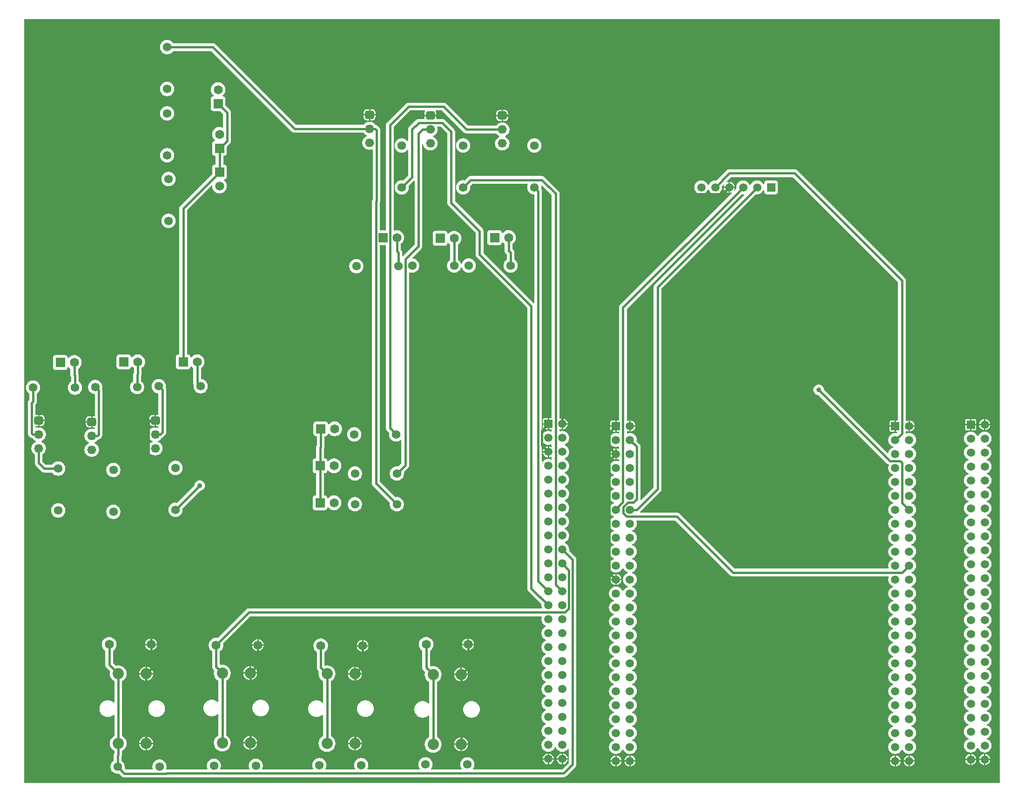
<source format=gtl>
G04 Layer_Physical_Order=1*
G04 Layer_Color=255*
%FSLAX44Y44*%
%MOMM*%
G71*
G01*
G75*
%ADD10C,0.3810*%
%ADD11C,1.6510*%
%ADD12C,2.0320*%
%ADD13C,1.5748*%
%ADD14C,1.5000*%
%ADD15R,1.5000X1.5000*%
%ADD16R,1.5000X1.5000*%
%ADD17O,1.6510X1.5240*%
G04:AMPARAMS|DCode=18|XSize=1.524mm|YSize=1.651mm|CornerRadius=0.381mm|HoleSize=0mm|Usage=FLASHONLY|Rotation=270.000|XOffset=0mm|YOffset=0mm|HoleType=Round|Shape=RoundedRectangle|*
%AMROUNDEDRECTD18*
21,1,1.5240,0.8890,0,0,270.0*
21,1,0.7620,1.6510,0,0,270.0*
1,1,0.7620,-0.4445,-0.3810*
1,1,0.7620,-0.4445,0.3810*
1,1,0.7620,0.4445,0.3810*
1,1,0.7620,0.4445,-0.3810*
%
%ADD18ROUNDEDRECTD18*%
%ADD19R,1.6510X1.6510*%
%ADD20R,1.6510X1.6510*%
%ADD21C,1.5080*%
%ADD22R,1.5080X1.5080*%
%ADD23C,0.8890*%
G36*
X1779793Y5827D02*
X5827D01*
Y1396253D01*
X1779793D01*
Y5827D01*
D02*
G37*
%LPC*%
G36*
X435610Y157506D02*
X435275Y157439D01*
X434934Y157462D01*
X432323Y157118D01*
X431682Y156900D01*
X431017Y156768D01*
X428585Y155760D01*
X428021Y155384D01*
X427414Y155084D01*
X425325Y153481D01*
X424878Y152972D01*
X424369Y152525D01*
X422766Y150436D01*
X422466Y149829D01*
X422090Y149265D01*
X421082Y146833D01*
X420950Y146168D01*
X420732Y145527D01*
X420388Y142916D01*
X420433Y142240D01*
X420388Y141564D01*
X420732Y138953D01*
X420950Y138312D01*
X421082Y137647D01*
X422090Y135215D01*
X422466Y134651D01*
X422766Y134044D01*
X424369Y131955D01*
X424878Y131508D01*
X425325Y130999D01*
X427414Y129396D01*
X428021Y129096D01*
X428585Y128720D01*
X431017Y127712D01*
X431682Y127580D01*
X432323Y127362D01*
X434934Y127018D01*
X435275Y127041D01*
X435610Y126974D01*
X435945Y127041D01*
X436286Y127018D01*
X438897Y127362D01*
X439538Y127580D01*
X440203Y127712D01*
X442635Y128720D01*
X443199Y129096D01*
X443806Y129396D01*
X445895Y130999D01*
X446342Y131508D01*
X446851Y131955D01*
X448454Y134044D01*
X448754Y134651D01*
X449130Y135215D01*
X450138Y137647D01*
X450270Y138312D01*
X450488Y138953D01*
X450831Y141564D01*
X450787Y142240D01*
X450831Y142916D01*
X450488Y145527D01*
X450270Y146168D01*
X450138Y146833D01*
X449130Y149265D01*
X448754Y149829D01*
X448454Y150436D01*
X446851Y152525D01*
X446342Y152972D01*
X445895Y153481D01*
X443806Y155084D01*
X443199Y155384D01*
X442635Y155760D01*
X440203Y156768D01*
X439538Y156900D01*
X438897Y157118D01*
X436286Y157462D01*
X435945Y157439D01*
X435610Y157506D01*
D02*
G37*
G36*
X798830Y201930D02*
X787458D01*
X787727Y199885D01*
X789007Y196795D01*
X791042Y194142D01*
X793695Y192107D01*
X796785Y190827D01*
X798830Y190558D01*
Y201930D01*
D02*
G37*
G36*
X626110Y156236D02*
X625775Y156169D01*
X625434Y156192D01*
X622823Y155848D01*
X622182Y155630D01*
X621517Y155498D01*
X619085Y154490D01*
X618521Y154114D01*
X617914Y153814D01*
X615825Y152211D01*
X615378Y151702D01*
X614869Y151255D01*
X613266Y149166D01*
X612966Y148559D01*
X612590Y147995D01*
X611582Y145563D01*
X611450Y144898D01*
X611232Y144257D01*
X610888Y141646D01*
X610933Y140970D01*
X610888Y140294D01*
X611232Y137683D01*
X611450Y137042D01*
X611582Y136377D01*
X612590Y133945D01*
X612966Y133381D01*
X613266Y132774D01*
X614869Y130685D01*
X615378Y130238D01*
X615825Y129729D01*
X617914Y128126D01*
X618521Y127826D01*
X619085Y127450D01*
X621517Y126442D01*
X622182Y126310D01*
X622823Y126092D01*
X625434Y125749D01*
X625775Y125771D01*
X626110Y125704D01*
X626445Y125771D01*
X626786Y125749D01*
X629397Y126092D01*
X630038Y126310D01*
X630703Y126442D01*
X633135Y127450D01*
X633699Y127826D01*
X634306Y128126D01*
X636395Y129729D01*
X636842Y130238D01*
X637351Y130685D01*
X638954Y132774D01*
X639254Y133381D01*
X639630Y133945D01*
X640638Y136377D01*
X640770Y137042D01*
X640988Y137683D01*
X641331Y140294D01*
X641287Y140970D01*
X641331Y141646D01*
X640988Y144257D01*
X640770Y144898D01*
X640638Y145563D01*
X639630Y147995D01*
X639254Y148559D01*
X638954Y149166D01*
X637351Y151255D01*
X636842Y151702D01*
X636395Y152211D01*
X634306Y153814D01*
X633699Y154114D01*
X633135Y154490D01*
X630703Y155498D01*
X630038Y155630D01*
X629397Y155848D01*
X626786Y156192D01*
X626445Y156169D01*
X626110Y156236D01*
D02*
G37*
G36*
X819150Y154966D02*
X818815Y154899D01*
X818474Y154922D01*
X815863Y154578D01*
X815222Y154360D01*
X814557Y154228D01*
X812125Y153220D01*
X811561Y152844D01*
X810954Y152544D01*
X808865Y150941D01*
X808418Y150432D01*
X807909Y149985D01*
X806306Y147896D01*
X806006Y147289D01*
X805630Y146725D01*
X804622Y144293D01*
X804490Y143628D01*
X804272Y142987D01*
X803929Y140376D01*
X803973Y139700D01*
X803929Y139024D01*
X804272Y136413D01*
X804490Y135772D01*
X804622Y135107D01*
X805630Y132675D01*
X806006Y132111D01*
X806306Y131504D01*
X807909Y129415D01*
X808418Y128968D01*
X808865Y128459D01*
X810954Y126856D01*
X811561Y126556D01*
X812125Y126180D01*
X814557Y125172D01*
X815222Y125040D01*
X815863Y124822D01*
X818474Y124479D01*
X818815Y124501D01*
X819150Y124434D01*
X819485Y124501D01*
X819826Y124479D01*
X822437Y124822D01*
X823078Y125040D01*
X823743Y125172D01*
X826175Y126180D01*
X826739Y126556D01*
X827346Y126856D01*
X829435Y128459D01*
X829882Y128968D01*
X830391Y129415D01*
X831994Y131504D01*
X832294Y132111D01*
X832670Y132675D01*
X833678Y135107D01*
X833810Y135772D01*
X834028Y136413D01*
X834371Y139024D01*
X834327Y139700D01*
X834371Y140376D01*
X834028Y142987D01*
X833810Y143628D01*
X833678Y144293D01*
X832670Y146725D01*
X832294Y147289D01*
X831994Y147896D01*
X830391Y149985D01*
X829882Y150432D01*
X829435Y150941D01*
X827346Y152544D01*
X826739Y152844D01*
X826175Y153220D01*
X823743Y154228D01*
X823078Y154360D01*
X822437Y154578D01*
X819826Y154922D01*
X819485Y154899D01*
X819150Y154966D01*
D02*
G37*
G36*
X246380Y156236D02*
X246045Y156169D01*
X245704Y156192D01*
X243093Y155848D01*
X242452Y155630D01*
X241787Y155498D01*
X239355Y154490D01*
X238791Y154114D01*
X238184Y153814D01*
X236095Y152211D01*
X235648Y151702D01*
X235139Y151255D01*
X233536Y149166D01*
X233236Y148559D01*
X232860Y147995D01*
X231852Y145563D01*
X231720Y144898D01*
X231502Y144257D01*
X231159Y141646D01*
X231203Y140970D01*
X231159Y140294D01*
X231502Y137683D01*
X231720Y137042D01*
X231852Y136377D01*
X232860Y133945D01*
X233236Y133381D01*
X233536Y132774D01*
X235139Y130685D01*
X235648Y130238D01*
X236095Y129729D01*
X238184Y128126D01*
X238791Y127826D01*
X239355Y127450D01*
X241787Y126442D01*
X242452Y126310D01*
X243093Y126092D01*
X245704Y125749D01*
X246045Y125771D01*
X246380Y125704D01*
X246715Y125771D01*
X247056Y125749D01*
X249667Y126092D01*
X250308Y126310D01*
X250973Y126442D01*
X253405Y127450D01*
X253969Y127826D01*
X254576Y128126D01*
X256665Y129729D01*
X257112Y130238D01*
X257621Y130685D01*
X259224Y132774D01*
X259524Y133381D01*
X259900Y133945D01*
X260908Y136377D01*
X261040Y137042D01*
X261258Y137683D01*
X261602Y140294D01*
X261557Y140970D01*
X261602Y141646D01*
X261258Y144257D01*
X261040Y144898D01*
X260908Y145563D01*
X259900Y147995D01*
X259524Y148559D01*
X259224Y149166D01*
X257621Y151255D01*
X257112Y151702D01*
X256665Y152211D01*
X254576Y153814D01*
X253969Y154114D01*
X253405Y154490D01*
X250973Y155498D01*
X250308Y155630D01*
X249667Y155848D01*
X247056Y156192D01*
X246715Y156169D01*
X246380Y156236D01*
D02*
G37*
G36*
X605790Y203200D02*
X594418D01*
X594687Y201155D01*
X595967Y198065D01*
X598002Y195412D01*
X600655Y193377D01*
X603745Y192097D01*
X605790Y191828D01*
Y203200D01*
D02*
G37*
G36*
X619702D02*
X608330D01*
Y191828D01*
X610375Y192097D01*
X613465Y193377D01*
X616118Y195412D01*
X618153Y198065D01*
X619433Y201155D01*
X619702Y203200D01*
D02*
G37*
G36*
X239972D02*
X228600D01*
Y191828D01*
X230645Y192097D01*
X233735Y193377D01*
X236388Y195412D01*
X238423Y198065D01*
X239703Y201155D01*
X239972Y203200D01*
D02*
G37*
G36*
X812742Y201930D02*
X801370D01*
Y190558D01*
X803415Y190827D01*
X806505Y192107D01*
X809158Y194142D01*
X811193Y196795D01*
X812473Y199885D01*
X812742Y201930D01*
D02*
G37*
G36*
X226060Y203200D02*
X214688D01*
X214957Y201155D01*
X216237Y198065D01*
X218272Y195412D01*
X220925Y193377D01*
X224015Y192097D01*
X226060Y191828D01*
Y203200D01*
D02*
G37*
G36*
X228600Y90112D02*
Y78740D01*
X239972D01*
X239703Y80785D01*
X238423Y83875D01*
X236388Y86528D01*
X233735Y88563D01*
X230645Y89843D01*
X228600Y90112D01*
D02*
G37*
G36*
X605790D02*
X603745Y89843D01*
X600655Y88563D01*
X598002Y86528D01*
X595967Y83875D01*
X594687Y80785D01*
X594418Y78740D01*
X605790D01*
Y90112D01*
D02*
G37*
G36*
X226060D02*
X224015Y89843D01*
X220925Y88563D01*
X218272Y86528D01*
X216237Y83875D01*
X214957Y80785D01*
X214688Y78740D01*
X226060D01*
Y90112D01*
D02*
G37*
G36*
X798830Y88842D02*
X796785Y88573D01*
X793695Y87293D01*
X791042Y85258D01*
X789007Y82605D01*
X787727Y79515D01*
X787458Y77470D01*
X798830D01*
Y88842D01*
D02*
G37*
G36*
X801370D02*
Y77470D01*
X812742D01*
X812473Y79515D01*
X811193Y82605D01*
X809158Y85258D01*
X806505Y87293D01*
X803415Y88573D01*
X801370Y88842D01*
D02*
G37*
G36*
X736600Y271260D02*
X733119Y270802D01*
X729875Y269458D01*
X727089Y267321D01*
X724952Y264535D01*
X723608Y261291D01*
X723150Y257810D01*
X723608Y254329D01*
X724952Y251085D01*
X727089Y248299D01*
X729555Y246408D01*
Y215900D01*
X729795Y214077D01*
X730499Y212377D01*
X731618Y210918D01*
X734762Y207775D01*
X734280Y206188D01*
X733986Y203200D01*
X734280Y200212D01*
X735152Y197340D01*
X736567Y194692D01*
X738472Y192372D01*
X740792Y190467D01*
X742255Y189685D01*
Y151005D01*
X740985Y150429D01*
X740982Y150432D01*
X740535Y150941D01*
X738446Y152544D01*
X737839Y152844D01*
X737275Y153220D01*
X734843Y154228D01*
X734178Y154360D01*
X733537Y154578D01*
X730926Y154922D01*
X730585Y154899D01*
X730250Y154966D01*
X729915Y154899D01*
X729574Y154922D01*
X726963Y154578D01*
X726322Y154360D01*
X725657Y154228D01*
X723225Y153220D01*
X722661Y152844D01*
X722054Y152544D01*
X719965Y150941D01*
X719518Y150432D01*
X719009Y149985D01*
X717406Y147896D01*
X717106Y147289D01*
X716730Y146725D01*
X715722Y144293D01*
X715590Y143628D01*
X715372Y142987D01*
X715029Y140376D01*
X715073Y139700D01*
X715029Y139024D01*
X715372Y136413D01*
X715590Y135772D01*
X715722Y135107D01*
X716730Y132675D01*
X717106Y132111D01*
X717406Y131504D01*
X719009Y129415D01*
X719518Y128968D01*
X719965Y128459D01*
X722054Y126856D01*
X722661Y126556D01*
X723225Y126180D01*
X725657Y125172D01*
X726322Y125040D01*
X726963Y124822D01*
X729574Y124479D01*
X729915Y124501D01*
X730250Y124434D01*
X730585Y124501D01*
X730926Y124479D01*
X733537Y124822D01*
X734178Y125040D01*
X734843Y125172D01*
X737275Y126180D01*
X737839Y126556D01*
X738446Y126856D01*
X740535Y128459D01*
X740982Y128968D01*
X740985Y128971D01*
X742255Y128395D01*
Y89715D01*
X740792Y88933D01*
X738472Y87029D01*
X736567Y84708D01*
X735152Y82060D01*
X734280Y79188D01*
X733986Y76200D01*
X734280Y73212D01*
X735152Y70340D01*
X736567Y67692D01*
X738472Y65371D01*
X740792Y63467D01*
X743440Y62052D01*
X746312Y61181D01*
X749300Y60886D01*
X752288Y61181D01*
X755160Y62052D01*
X757808Y63467D01*
X760128Y65371D01*
X762033Y67692D01*
X763448Y70340D01*
X764320Y73212D01*
X764614Y76200D01*
X764320Y79188D01*
X763448Y82060D01*
X762033Y84708D01*
X760128Y87029D01*
X757808Y88933D01*
X756345Y89715D01*
Y189685D01*
X757808Y190467D01*
X760128Y192372D01*
X762033Y194692D01*
X763448Y197340D01*
X764320Y200212D01*
X764614Y203200D01*
X764320Y206188D01*
X763448Y209060D01*
X762033Y211708D01*
X760128Y214028D01*
X757808Y215933D01*
X755160Y217348D01*
X752288Y218220D01*
X749300Y218514D01*
X746312Y218220D01*
X744725Y217738D01*
X743645Y218818D01*
Y246408D01*
X746111Y248299D01*
X748248Y251085D01*
X749592Y254329D01*
X750050Y257810D01*
X749592Y261291D01*
X748248Y264535D01*
X746111Y267321D01*
X743325Y269458D01*
X740081Y270802D01*
X736600Y271260D01*
D02*
G37*
G36*
X544830Y268720D02*
X541349Y268262D01*
X538105Y266918D01*
X535319Y264781D01*
X533182Y261995D01*
X531838Y258751D01*
X531380Y255270D01*
X531838Y251789D01*
X533182Y248545D01*
X535319Y245759D01*
X537785Y243868D01*
Y215900D01*
X538025Y214077D01*
X538729Y212377D01*
X539848Y210918D01*
X541722Y209045D01*
X541241Y207458D01*
X540946Y204470D01*
X541241Y201482D01*
X542112Y198610D01*
X543527Y195962D01*
X545432Y193641D01*
X547752Y191737D01*
X549215Y190955D01*
Y152275D01*
X547945Y151699D01*
X547942Y151702D01*
X547495Y152211D01*
X545406Y153814D01*
X544799Y154114D01*
X544235Y154490D01*
X541803Y155498D01*
X541138Y155630D01*
X540497Y155848D01*
X537886Y156192D01*
X537545Y156169D01*
X537210Y156236D01*
X536875Y156169D01*
X536534Y156192D01*
X533923Y155848D01*
X533282Y155630D01*
X532617Y155498D01*
X530185Y154490D01*
X529621Y154114D01*
X529014Y153814D01*
X526925Y152211D01*
X526478Y151702D01*
X525969Y151255D01*
X524366Y149166D01*
X524066Y148559D01*
X523690Y147995D01*
X522682Y145563D01*
X522550Y144898D01*
X522332Y144257D01*
X521988Y141646D01*
X522033Y140970D01*
X521988Y140294D01*
X522332Y137683D01*
X522550Y137042D01*
X522682Y136377D01*
X523690Y133945D01*
X524066Y133381D01*
X524366Y132774D01*
X525969Y130685D01*
X526478Y130238D01*
X526925Y129729D01*
X529014Y128126D01*
X529621Y127826D01*
X530185Y127450D01*
X532617Y126442D01*
X533282Y126310D01*
X533923Y126092D01*
X536534Y125749D01*
X536875Y125771D01*
X537210Y125704D01*
X537545Y125771D01*
X537886Y125749D01*
X540497Y126092D01*
X541138Y126310D01*
X541803Y126442D01*
X544235Y127450D01*
X544799Y127826D01*
X545406Y128126D01*
X547495Y129729D01*
X547942Y130238D01*
X547945Y130241D01*
X549215Y129665D01*
Y90985D01*
X547752Y90203D01*
X545432Y88299D01*
X543527Y85978D01*
X542112Y83330D01*
X541241Y80458D01*
X540946Y77470D01*
X541241Y74482D01*
X542112Y71610D01*
X543527Y68962D01*
X545432Y66642D01*
X547752Y64737D01*
X550400Y63322D01*
X553272Y62450D01*
X556260Y62156D01*
X559248Y62450D01*
X562120Y63322D01*
X564768Y64737D01*
X567089Y66642D01*
X568993Y68962D01*
X570408Y71610D01*
X571279Y74482D01*
X571574Y77470D01*
X571279Y80458D01*
X570408Y83330D01*
X568993Y85978D01*
X567089Y88299D01*
X564768Y90203D01*
X563305Y90985D01*
Y190955D01*
X564768Y191737D01*
X567089Y193641D01*
X568993Y195962D01*
X570408Y198610D01*
X571279Y201482D01*
X571574Y204470D01*
X571279Y207458D01*
X570408Y210330D01*
X568993Y212978D01*
X567089Y215299D01*
X564768Y217203D01*
X562120Y218618D01*
X559248Y219489D01*
X556260Y219784D01*
X553272Y219489D01*
X552895Y219375D01*
X551875Y220132D01*
Y243868D01*
X554341Y245759D01*
X556478Y248545D01*
X557822Y251789D01*
X558280Y255270D01*
X557822Y258751D01*
X556478Y261995D01*
X554341Y264781D01*
X551555Y266918D01*
X548311Y268262D01*
X544830Y268720D01*
D02*
G37*
G36*
X417830Y91382D02*
Y80010D01*
X429202D01*
X428933Y82055D01*
X427653Y85145D01*
X425618Y87798D01*
X422965Y89833D01*
X419875Y91113D01*
X417830Y91382D01*
D02*
G37*
G36*
X608330Y90112D02*
Y78740D01*
X619702D01*
X619433Y80785D01*
X618153Y83875D01*
X616118Y86528D01*
X613465Y88563D01*
X610375Y89843D01*
X608330Y90112D01*
D02*
G37*
G36*
X415290Y91382D02*
X413245Y91113D01*
X410155Y89833D01*
X407502Y87798D01*
X405467Y85145D01*
X404187Y82055D01*
X403918Y80010D01*
X415290D01*
Y91382D01*
D02*
G37*
G36*
X441251Y255270D02*
X431800D01*
Y245819D01*
X433348Y246023D01*
X435974Y247111D01*
X438229Y248841D01*
X439959Y251096D01*
X441047Y253722D01*
X441251Y255270D01*
D02*
G37*
G36*
X234950Y256540D02*
X225499D01*
X225703Y254992D01*
X226791Y252366D01*
X228521Y250111D01*
X230776Y248381D01*
X233402Y247293D01*
X234950Y247089D01*
Y256540D01*
D02*
G37*
G36*
X429260Y255270D02*
X419809D01*
X420013Y253722D01*
X421101Y251096D01*
X422831Y248841D01*
X425086Y247111D01*
X427712Y246023D01*
X429260Y245819D01*
Y255270D01*
D02*
G37*
G36*
X619760Y254000D02*
X610309D01*
X610513Y252452D01*
X611601Y249826D01*
X613331Y247571D01*
X615586Y245841D01*
X618212Y244753D01*
X619760Y244549D01*
Y254000D01*
D02*
G37*
G36*
X631751D02*
X622300D01*
Y244549D01*
X623848Y244753D01*
X626474Y245841D01*
X628729Y247571D01*
X630459Y249826D01*
X631547Y252452D01*
X631751Y254000D01*
D02*
G37*
G36*
X619760Y265991D02*
X618212Y265787D01*
X615586Y264699D01*
X613331Y262969D01*
X611601Y260714D01*
X610513Y258088D01*
X610309Y256540D01*
X619760D01*
Y265991D01*
D02*
G37*
G36*
X622300D02*
Y256540D01*
X631751D01*
X631547Y258088D01*
X630459Y260714D01*
X628729Y262969D01*
X626474Y264699D01*
X623848Y265787D01*
X622300Y265991D01*
D02*
G37*
G36*
X823521Y256540D02*
X814070D01*
Y247089D01*
X815618Y247293D01*
X818244Y248381D01*
X820499Y250111D01*
X822229Y252366D01*
X823317Y254992D01*
X823521Y256540D01*
D02*
G37*
G36*
X246941D02*
X237490D01*
Y247089D01*
X239038Y247293D01*
X241664Y248381D01*
X243919Y250111D01*
X245649Y252366D01*
X246737Y254992D01*
X246941Y256540D01*
D02*
G37*
G36*
X811530D02*
X802079D01*
X802283Y254992D01*
X803371Y252366D01*
X805101Y250111D01*
X807356Y248381D01*
X809982Y247293D01*
X811530Y247089D01*
Y256540D01*
D02*
G37*
G36*
X801370Y215842D02*
Y204470D01*
X812742D01*
X812473Y206515D01*
X811193Y209605D01*
X809158Y212258D01*
X806505Y214293D01*
X803415Y215573D01*
X801370Y215842D01*
D02*
G37*
G36*
X226060Y217112D02*
X224015Y216843D01*
X220925Y215563D01*
X218272Y213528D01*
X216237Y210875D01*
X214957Y207785D01*
X214688Y205740D01*
X226060D01*
Y217112D01*
D02*
G37*
G36*
X798830Y215842D02*
X796785Y215573D01*
X793695Y214293D01*
X791042Y212258D01*
X789007Y209605D01*
X787727Y206515D01*
X787458Y204470D01*
X798830D01*
Y215842D01*
D02*
G37*
G36*
X415290Y204470D02*
X403918D01*
X404187Y202425D01*
X405467Y199335D01*
X407502Y196682D01*
X410155Y194647D01*
X413245Y193367D01*
X415290Y193098D01*
Y204470D01*
D02*
G37*
G36*
X429202D02*
X417830D01*
Y193098D01*
X419875Y193367D01*
X422965Y194647D01*
X425618Y196682D01*
X427653Y199335D01*
X428933Y202425D01*
X429202Y204470D01*
D02*
G37*
G36*
X415290Y218382D02*
X413245Y218113D01*
X410155Y216833D01*
X407502Y214798D01*
X405467Y212145D01*
X404187Y209055D01*
X403918Y207010D01*
X415290D01*
Y218382D01*
D02*
G37*
G36*
X417830D02*
Y207010D01*
X429202D01*
X428933Y209055D01*
X427653Y212145D01*
X425618Y214798D01*
X422965Y216833D01*
X419875Y218113D01*
X417830Y218382D01*
D02*
G37*
G36*
X608330Y217112D02*
Y205740D01*
X619702D01*
X619433Y207785D01*
X618153Y210875D01*
X616118Y213528D01*
X613465Y215563D01*
X610375Y216843D01*
X608330Y217112D01*
D02*
G37*
G36*
X228600D02*
Y205740D01*
X239972D01*
X239703Y207785D01*
X238423Y210875D01*
X236388Y213528D01*
X233735Y215563D01*
X230645Y216843D01*
X228600Y217112D01*
D02*
G37*
G36*
X605790D02*
X603745Y216843D01*
X600655Y215563D01*
X598002Y213528D01*
X595967Y210875D01*
X594687Y207785D01*
X594418Y205740D01*
X605790D01*
Y217112D01*
D02*
G37*
G36*
X982980Y48260D02*
X974291D01*
X974468Y46909D01*
X975480Y44467D01*
X977089Y42369D01*
X979187Y40760D01*
X981629Y39748D01*
X982980Y39571D01*
Y48260D01*
D02*
G37*
G36*
X968809D02*
X960120D01*
Y39571D01*
X961471Y39748D01*
X963913Y40760D01*
X966011Y42369D01*
X967620Y44467D01*
X968632Y46909D01*
X968809Y48260D01*
D02*
G37*
G36*
X957580D02*
X948891D01*
X949068Y46909D01*
X950080Y44467D01*
X951689Y42369D01*
X953787Y40760D01*
X956229Y39748D01*
X957580Y39571D01*
Y48260D01*
D02*
G37*
G36*
X1737159Y46990D02*
X1728470D01*
Y38301D01*
X1729821Y38478D01*
X1732263Y39490D01*
X1734361Y41099D01*
X1735970Y43197D01*
X1736982Y45639D01*
X1737159Y46990D01*
D02*
G37*
G36*
X1762559D02*
X1753870D01*
Y38301D01*
X1755221Y38478D01*
X1757663Y39490D01*
X1759761Y41099D01*
X1761370Y43197D01*
X1762382Y45639D01*
X1762559Y46990D01*
D02*
G37*
G36*
X1106023Y55720D02*
X1104661Y55540D01*
X1102209Y54525D01*
X1100104Y52909D01*
X1098488Y50803D01*
X1097472Y48351D01*
X1097293Y46990D01*
X1106023D01*
Y55720D01*
D02*
G37*
G36*
X1108563D02*
Y46990D01*
X1117292D01*
X1117113Y48351D01*
X1116097Y50803D01*
X1114482Y52909D01*
X1112376Y54525D01*
X1109924Y55540D01*
X1108563Y55720D01*
D02*
G37*
G36*
X1083163D02*
Y46990D01*
X1091892D01*
X1091713Y48351D01*
X1090697Y50803D01*
X1089082Y52909D01*
X1086976Y54525D01*
X1084524Y55540D01*
X1083163Y55720D01*
D02*
G37*
G36*
X994209Y48260D02*
X985520D01*
Y39571D01*
X986871Y39748D01*
X989313Y40760D01*
X991411Y42369D01*
X993020Y44467D01*
X994032Y46909D01*
X994209Y48260D01*
D02*
G37*
G36*
X1080623Y55720D02*
X1079261Y55540D01*
X1076809Y54525D01*
X1074704Y52909D01*
X1073088Y50803D01*
X1072072Y48351D01*
X1071893Y46990D01*
X1080623D01*
Y55720D01*
D02*
G37*
G36*
X1117292Y44450D02*
X1108563D01*
Y35720D01*
X1109924Y35900D01*
X1112376Y36915D01*
X1114482Y38531D01*
X1116097Y40637D01*
X1117113Y43089D01*
X1117292Y44450D01*
D02*
G37*
G36*
X1588623D02*
X1579893D01*
X1580072Y43089D01*
X1581088Y40637D01*
X1582704Y38531D01*
X1584809Y36915D01*
X1587261Y35900D01*
X1588623Y35720D01*
Y44450D01*
D02*
G37*
G36*
X1106023D02*
X1097293D01*
X1097472Y43089D01*
X1098488Y40637D01*
X1100104Y38531D01*
X1102209Y36915D01*
X1104661Y35900D01*
X1106023Y35720D01*
Y44450D01*
D02*
G37*
G36*
X1080623D02*
X1071893D01*
X1072072Y43089D01*
X1073088Y40637D01*
X1074704Y38531D01*
X1076809Y36915D01*
X1079261Y35900D01*
X1080623Y35720D01*
Y44450D01*
D02*
G37*
G36*
X1091892D02*
X1083163D01*
Y35720D01*
X1084524Y35900D01*
X1086976Y36915D01*
X1089082Y38531D01*
X1090697Y40637D01*
X1091713Y43089D01*
X1091892Y44450D01*
D02*
G37*
G36*
X1725930Y46990D02*
X1717241D01*
X1717418Y45639D01*
X1718430Y43197D01*
X1720039Y41099D01*
X1722137Y39490D01*
X1724579Y38478D01*
X1725930Y38301D01*
Y46990D01*
D02*
G37*
G36*
X1751330D02*
X1742641D01*
X1742818Y45639D01*
X1743830Y43197D01*
X1745439Y41099D01*
X1747537Y39490D01*
X1749979Y38478D01*
X1751330Y38301D01*
Y46990D01*
D02*
G37*
G36*
X1625292Y44450D02*
X1616563D01*
Y35720D01*
X1617924Y35900D01*
X1620376Y36915D01*
X1622482Y38531D01*
X1624097Y40637D01*
X1625113Y43089D01*
X1625292Y44450D01*
D02*
G37*
G36*
X1599892D02*
X1591163D01*
Y35720D01*
X1592524Y35900D01*
X1594976Y36915D01*
X1597082Y38531D01*
X1598698Y40637D01*
X1599713Y43089D01*
X1599892Y44450D01*
D02*
G37*
G36*
X1614023D02*
X1605293D01*
X1605472Y43089D01*
X1606488Y40637D01*
X1608104Y38531D01*
X1610209Y36915D01*
X1612661Y35900D01*
X1614023Y35720D01*
Y44450D01*
D02*
G37*
G36*
X812742Y74930D02*
X801370D01*
Y63558D01*
X803415Y63827D01*
X806505Y65107D01*
X809158Y67142D01*
X811193Y69795D01*
X812473Y72885D01*
X812742Y74930D01*
D02*
G37*
G36*
X226060Y76200D02*
X214688D01*
X214957Y74155D01*
X216237Y71065D01*
X218272Y68412D01*
X220925Y66377D01*
X224015Y65097D01*
X226060Y64828D01*
Y76200D01*
D02*
G37*
G36*
X798830Y74930D02*
X787458D01*
X787727Y72885D01*
X789007Y69795D01*
X791042Y67142D01*
X793695Y65107D01*
X796785Y63827D01*
X798830Y63558D01*
Y74930D01*
D02*
G37*
G36*
X960120Y59489D02*
Y50800D01*
X968809D01*
X968632Y52151D01*
X967620Y54593D01*
X966011Y56691D01*
X963913Y58300D01*
X961471Y59312D01*
X960120Y59489D01*
D02*
G37*
G36*
X985520D02*
Y50800D01*
X994209D01*
X994032Y52151D01*
X993020Y54593D01*
X991411Y56691D01*
X989313Y58300D01*
X986871Y59312D01*
X985520Y59489D01*
D02*
G37*
G36*
X415290Y77470D02*
X403918D01*
X404187Y75425D01*
X405467Y72335D01*
X407502Y69682D01*
X410155Y67647D01*
X413245Y66367D01*
X415290Y66098D01*
Y77470D01*
D02*
G37*
G36*
X429202D02*
X417830D01*
Y66098D01*
X419875Y66367D01*
X422965Y67647D01*
X425618Y69682D01*
X427653Y72335D01*
X428933Y75425D01*
X429202Y77470D01*
D02*
G37*
G36*
X619702Y76200D02*
X608330D01*
Y64828D01*
X610375Y65097D01*
X613465Y66377D01*
X616118Y68412D01*
X618153Y71065D01*
X619433Y74155D01*
X619702Y76200D01*
D02*
G37*
G36*
X239972D02*
X228600D01*
Y64828D01*
X230645Y65097D01*
X233735Y66377D01*
X236388Y68412D01*
X238423Y71065D01*
X239703Y74155D01*
X239972Y76200D01*
D02*
G37*
G36*
X605790D02*
X594418D01*
X594687Y74155D01*
X595967Y71065D01*
X598002Y68412D01*
X600655Y66377D01*
X603745Y65097D01*
X605790Y64828D01*
Y76200D01*
D02*
G37*
G36*
X1616563Y55720D02*
Y46990D01*
X1625292D01*
X1625113Y48351D01*
X1624097Y50803D01*
X1622482Y52909D01*
X1620376Y54525D01*
X1617924Y55540D01*
X1616563Y55720D01*
D02*
G37*
G36*
X1725930Y58219D02*
X1724579Y58042D01*
X1722137Y57030D01*
X1720039Y55421D01*
X1718430Y53323D01*
X1717418Y50881D01*
X1717241Y49530D01*
X1725930D01*
Y58219D01*
D02*
G37*
G36*
X1614023Y55720D02*
X1612661Y55540D01*
X1610209Y54525D01*
X1608104Y52909D01*
X1606488Y50803D01*
X1605472Y48351D01*
X1605293Y46990D01*
X1614023D01*
Y55720D01*
D02*
G37*
G36*
X1588623D02*
X1587261Y55540D01*
X1584809Y54525D01*
X1582704Y52909D01*
X1581088Y50803D01*
X1580072Y48351D01*
X1579893Y46990D01*
X1588623D01*
Y55720D01*
D02*
G37*
G36*
X1591163D02*
Y46990D01*
X1599892D01*
X1599713Y48351D01*
X1598698Y50803D01*
X1597082Y52909D01*
X1594976Y54525D01*
X1592524Y55540D01*
X1591163Y55720D01*
D02*
G37*
G36*
X957580Y59489D02*
X956229Y59312D01*
X953787Y58300D01*
X951689Y56691D01*
X950080Y54593D01*
X949068Y52151D01*
X948891Y50800D01*
X957580D01*
Y59489D01*
D02*
G37*
G36*
X982980D02*
X981629Y59312D01*
X979187Y58300D01*
X977089Y56691D01*
X975480Y54593D01*
X974468Y52151D01*
X974291Y50800D01*
X982980D01*
Y59489D01*
D02*
G37*
G36*
X1753870Y58219D02*
Y49530D01*
X1762559D01*
X1762382Y50881D01*
X1761370Y53323D01*
X1759761Y55421D01*
X1757663Y57030D01*
X1755221Y58042D01*
X1753870Y58219D01*
D02*
G37*
G36*
X1751330D02*
X1749979Y58042D01*
X1747537Y57030D01*
X1745439Y55421D01*
X1743830Y53323D01*
X1742818Y50881D01*
X1742641Y49530D01*
X1751330D01*
Y58219D01*
D02*
G37*
G36*
X1728470D02*
Y49530D01*
X1737159D01*
X1736982Y50881D01*
X1735970Y53323D01*
X1734361Y55421D01*
X1732263Y57030D01*
X1729821Y58042D01*
X1728470Y58219D01*
D02*
G37*
G36*
X134620Y739506D02*
X131238Y739061D01*
X128087Y737755D01*
X125381Y735679D01*
X123305Y732973D01*
X121999Y729822D01*
X121554Y726440D01*
X121999Y723058D01*
X123305Y719907D01*
X125381Y717201D01*
X128087Y715125D01*
X131238Y713819D01*
X133925Y713466D01*
Y673985D01*
X132943Y673179D01*
X132715Y673224D01*
X129540D01*
Y662940D01*
Y652656D01*
X132715D01*
X132943Y652701D01*
X133925Y651895D01*
Y650350D01*
X132869Y649644D01*
X132220Y649913D01*
X128905Y650350D01*
X127635D01*
X124320Y649913D01*
X121230Y648633D01*
X118577Y646598D01*
X116542Y643945D01*
X115262Y640855D01*
X114825Y637540D01*
X115262Y634225D01*
X116542Y631135D01*
X118577Y628482D01*
X121230Y626447D01*
X123449Y625527D01*
Y624153D01*
X121230Y623233D01*
X118577Y621198D01*
X116542Y618545D01*
X115262Y615455D01*
X114825Y612140D01*
X115262Y608825D01*
X116542Y605735D01*
X118577Y603082D01*
X121230Y601047D01*
X124320Y599767D01*
X127635Y599330D01*
X128905D01*
X132220Y599767D01*
X135310Y601047D01*
X137963Y603082D01*
X139998Y605735D01*
X141278Y608825D01*
X141715Y612140D01*
X141278Y615455D01*
X139998Y618545D01*
X137963Y621198D01*
X135310Y623233D01*
X133090Y624153D01*
Y625527D01*
X135310Y626447D01*
X137963Y628482D01*
X139628Y630652D01*
X140253Y630735D01*
X141953Y631439D01*
X143412Y632558D01*
X145952Y635098D01*
X147071Y636557D01*
X147775Y638257D01*
X148015Y640080D01*
Y720090D01*
X147775Y721913D01*
X147255Y723169D01*
X147686Y726440D01*
X147241Y729822D01*
X145935Y732973D01*
X143859Y735679D01*
X141153Y737755D01*
X138002Y739061D01*
X134620Y739506D01*
D02*
G37*
G36*
X250190Y740776D02*
X246808Y740331D01*
X243657Y739025D01*
X240951Y736949D01*
X238875Y734243D01*
X237569Y731092D01*
X237124Y727710D01*
X237569Y724328D01*
X238875Y721177D01*
X240951Y718471D01*
X243657Y716395D01*
X246808Y715089D01*
X249495Y714736D01*
Y676525D01*
X248513Y675719D01*
X248285Y675764D01*
X245110D01*
Y665480D01*
Y655196D01*
X248285D01*
X248513Y655241D01*
X249495Y654435D01*
Y652890D01*
X248439Y652185D01*
X247790Y652453D01*
X244475Y652890D01*
X243205D01*
X239890Y652453D01*
X236800Y651173D01*
X234147Y649138D01*
X232112Y646485D01*
X230832Y643395D01*
X230395Y640080D01*
X230832Y636765D01*
X232112Y633675D01*
X234147Y631022D01*
X236800Y628987D01*
X239020Y628067D01*
Y626693D01*
X236800Y625773D01*
X234147Y623738D01*
X232112Y621085D01*
X230832Y617995D01*
X230395Y614680D01*
X230832Y611365D01*
X232112Y608275D01*
X234147Y605622D01*
X236800Y603587D01*
X239890Y602307D01*
X243205Y601870D01*
X244475D01*
X247790Y602307D01*
X250880Y603587D01*
X253533Y605622D01*
X255568Y608275D01*
X256848Y611365D01*
X257285Y614680D01*
X256848Y617995D01*
X255568Y621085D01*
X253533Y623738D01*
X250880Y625773D01*
X248661Y626693D01*
Y628067D01*
X250880Y628987D01*
X253533Y631022D01*
X255568Y633675D01*
X255578Y633699D01*
X256253Y633979D01*
X257712Y635098D01*
X261522Y638908D01*
X262641Y640367D01*
X263345Y642067D01*
X263585Y643890D01*
Y721360D01*
X263345Y723183D01*
X262825Y724439D01*
X263256Y727710D01*
X262811Y731092D01*
X261505Y734243D01*
X259429Y736949D01*
X256723Y739025D01*
X253572Y740331D01*
X250190Y740776D01*
D02*
G37*
G36*
X242570Y675764D02*
X239395D01*
X236917Y675272D01*
X234817Y673868D01*
X233413Y671768D01*
X232921Y669290D01*
Y666750D01*
X242570D01*
Y675764D01*
D02*
G37*
G36*
X36195D02*
X33020D01*
Y666750D01*
X42669D01*
Y669290D01*
X42177Y671768D01*
X40773Y673868D01*
X38673Y675272D01*
X36195Y675764D01*
D02*
G37*
G36*
X96520Y784340D02*
X93039Y783882D01*
X89795Y782538D01*
X87009Y780401D01*
X85824Y778857D01*
X84850Y779078D01*
X84532Y779258D01*
X84160Y781127D01*
X83038Y782807D01*
X81357Y783930D01*
X79375Y784324D01*
X62865D01*
X60883Y783930D01*
X59202Y782807D01*
X58080Y781127D01*
X57685Y779145D01*
Y762635D01*
X58080Y760653D01*
X59202Y758972D01*
X60883Y757850D01*
X62865Y757456D01*
X79375D01*
X81357Y757850D01*
X83038Y758972D01*
X84160Y760653D01*
X84532Y762522D01*
X84850Y762702D01*
X85824Y762924D01*
X87009Y761379D01*
X89475Y759488D01*
Y748538D01*
X89715Y746715D01*
X90419Y745015D01*
X90745Y744590D01*
Y736092D01*
X88551Y734409D01*
X86475Y731703D01*
X85169Y728552D01*
X84724Y725170D01*
X85169Y721788D01*
X86475Y718637D01*
X88551Y715931D01*
X91257Y713855D01*
X94408Y712549D01*
X97790Y712104D01*
X101172Y712549D01*
X104323Y713855D01*
X107029Y715931D01*
X109105Y718637D01*
X110411Y721788D01*
X110856Y725170D01*
X110411Y728552D01*
X109105Y731703D01*
X107029Y734409D01*
X104835Y736092D01*
Y747268D01*
X104595Y749091D01*
X103891Y750791D01*
X103565Y751216D01*
Y759488D01*
X106031Y761379D01*
X108168Y764165D01*
X109512Y767409D01*
X109970Y770890D01*
X109512Y774371D01*
X108168Y777615D01*
X106031Y780401D01*
X103245Y782538D01*
X100001Y783882D01*
X96520Y784340D01*
D02*
G37*
G36*
X787400Y1010400D02*
X783919Y1009942D01*
X780675Y1008598D01*
X777889Y1006461D01*
X776704Y1004917D01*
X775730Y1005138D01*
X775412Y1005318D01*
X775040Y1007187D01*
X773917Y1008867D01*
X772237Y1009990D01*
X770255Y1010385D01*
X753745D01*
X751763Y1009990D01*
X750082Y1008867D01*
X748960Y1007187D01*
X748566Y1005205D01*
Y988695D01*
X748960Y986713D01*
X750082Y985033D01*
X751763Y983910D01*
X753745Y983515D01*
X770255D01*
X772237Y983910D01*
X773917Y985033D01*
X775040Y986713D01*
X775412Y988582D01*
X775730Y988762D01*
X776704Y988984D01*
X777889Y987439D01*
X780355Y985548D01*
Y972060D01*
X780357Y972041D01*
Y958342D01*
X778164Y956659D01*
X776087Y953953D01*
X774782Y950802D01*
X774337Y947420D01*
X774782Y944038D01*
X776087Y940887D01*
X778164Y938181D01*
X780870Y936105D01*
X784021Y934799D01*
X787402Y934354D01*
X790784Y934799D01*
X793935Y936105D01*
X796641Y938181D01*
X798718Y940887D01*
X800023Y944038D01*
X800096Y944590D01*
X801377D01*
X801449Y944038D01*
X802755Y940887D01*
X804831Y938181D01*
X807537Y936105D01*
X810688Y934799D01*
X814070Y934354D01*
X817452Y934799D01*
X820603Y936105D01*
X823309Y938181D01*
X825385Y940887D01*
X826691Y944038D01*
X827136Y947420D01*
X826691Y950802D01*
X825385Y953953D01*
X823309Y956659D01*
X820603Y958735D01*
X817452Y960041D01*
X814070Y960486D01*
X810688Y960041D01*
X807537Y958735D01*
X804831Y956659D01*
X802755Y953953D01*
X801449Y950802D01*
X801377Y950250D01*
X800096D01*
X800023Y950802D01*
X798718Y953953D01*
X796641Y956659D01*
X794448Y958342D01*
Y972058D01*
X794445Y972077D01*
Y985548D01*
X796911Y987439D01*
X799048Y990225D01*
X800392Y993469D01*
X800850Y996950D01*
X800392Y1000431D01*
X799048Y1003675D01*
X796911Y1006461D01*
X794125Y1008598D01*
X790881Y1009942D01*
X787400Y1010400D01*
D02*
G37*
G36*
X886460Y1011670D02*
X882979Y1011212D01*
X879735Y1009868D01*
X876949Y1007731D01*
X875764Y1006187D01*
X874790Y1006408D01*
X874472Y1006588D01*
X874100Y1008457D01*
X872978Y1010137D01*
X871297Y1011260D01*
X869315Y1011655D01*
X852805D01*
X850823Y1011260D01*
X849143Y1010137D01*
X848020Y1008457D01*
X847626Y1006475D01*
Y989965D01*
X848020Y987983D01*
X849143Y986302D01*
X850823Y985180D01*
X852805Y984786D01*
X869315D01*
X871297Y985180D01*
X872978Y986302D01*
X874100Y987983D01*
X874472Y989852D01*
X874790Y990032D01*
X875764Y990254D01*
X876949Y988709D01*
X879415Y986818D01*
Y974598D01*
X879655Y972775D01*
X880359Y971075D01*
X881478Y969616D01*
X883225Y967870D01*
Y958342D01*
X881031Y956659D01*
X878955Y953953D01*
X877649Y950802D01*
X877204Y947420D01*
X877649Y944038D01*
X878955Y940887D01*
X881031Y938181D01*
X883737Y936105D01*
X886888Y934799D01*
X890270Y934354D01*
X893652Y934799D01*
X896803Y936105D01*
X899509Y938181D01*
X901585Y940887D01*
X902891Y944038D01*
X903336Y947420D01*
X902891Y950802D01*
X901585Y953953D01*
X899509Y956659D01*
X897315Y958342D01*
Y970788D01*
X897075Y972611D01*
X896371Y974311D01*
X895252Y975770D01*
X893505Y977516D01*
Y986818D01*
X895971Y988709D01*
X898108Y991495D01*
X899452Y994739D01*
X899910Y998220D01*
X899452Y1001701D01*
X898108Y1004945D01*
X895971Y1007731D01*
X893185Y1009868D01*
X889941Y1011212D01*
X886460Y1011670D01*
D02*
G37*
G36*
X212090Y785610D02*
X208609Y785152D01*
X205365Y783808D01*
X202579Y781671D01*
X201395Y780126D01*
X200420Y780348D01*
X200102Y780528D01*
X199730Y782397D01*
X198608Y784078D01*
X196927Y785200D01*
X194945Y785594D01*
X178435D01*
X176453Y785200D01*
X174772Y784078D01*
X173650Y782397D01*
X173256Y780415D01*
Y763905D01*
X173650Y761923D01*
X174772Y760242D01*
X176453Y759120D01*
X178435Y758726D01*
X194945D01*
X196927Y759120D01*
X198608Y760242D01*
X199730Y761923D01*
X200102Y763792D01*
X200420Y763972D01*
X201395Y764193D01*
X202579Y762649D01*
X205045Y760758D01*
Y752486D01*
X204719Y752061D01*
X204015Y750361D01*
X203775Y748538D01*
Y737362D01*
X201581Y735679D01*
X199505Y732973D01*
X198199Y729822D01*
X197754Y726440D01*
X198199Y723058D01*
X199505Y719907D01*
X201581Y717201D01*
X204287Y715125D01*
X207438Y713819D01*
X210820Y713374D01*
X214202Y713819D01*
X217353Y715125D01*
X220059Y717201D01*
X222135Y719907D01*
X223441Y723058D01*
X223886Y726440D01*
X223441Y729822D01*
X222135Y732973D01*
X220059Y735679D01*
X217865Y737362D01*
Y745860D01*
X218191Y746285D01*
X218895Y747985D01*
X219135Y749808D01*
Y760758D01*
X221601Y762649D01*
X223738Y765435D01*
X225082Y768679D01*
X225540Y772160D01*
X225082Y775641D01*
X223738Y778885D01*
X221601Y781671D01*
X218815Y783808D01*
X215571Y785152D01*
X212090Y785610D01*
D02*
G37*
G36*
X609600Y959216D02*
X606218Y958771D01*
X603067Y957465D01*
X600361Y955389D01*
X598285Y952683D01*
X596979Y949532D01*
X596534Y946150D01*
X596979Y942768D01*
X598285Y939617D01*
X600361Y936911D01*
X603067Y934835D01*
X606218Y933529D01*
X609600Y933084D01*
X612982Y933529D01*
X616133Y934835D01*
X618839Y936911D01*
X620915Y939617D01*
X622221Y942768D01*
X622666Y946150D01*
X622221Y949532D01*
X620915Y952683D01*
X618839Y955389D01*
X616133Y957465D01*
X612982Y958771D01*
X609600Y959216D01*
D02*
G37*
G36*
X127000Y673224D02*
X123825D01*
X121347Y672732D01*
X119247Y671328D01*
X117843Y669228D01*
X117351Y666750D01*
Y664210D01*
X127000D01*
Y673224D01*
D02*
G37*
G36*
X1616563Y665320D02*
Y656590D01*
X1625292D01*
X1625113Y657951D01*
X1624097Y660404D01*
X1622482Y662509D01*
X1620376Y664125D01*
X1617924Y665141D01*
X1616563Y665320D01*
D02*
G37*
G36*
X570230Y663690D02*
X566749Y663232D01*
X563505Y661888D01*
X560719Y659751D01*
X559534Y658206D01*
X558560Y658428D01*
X558242Y658608D01*
X557870Y660477D01*
X556748Y662158D01*
X555067Y663280D01*
X553085Y663674D01*
X536575D01*
X534593Y663280D01*
X532912Y662158D01*
X531790Y660477D01*
X531395Y658495D01*
Y641985D01*
X531790Y640003D01*
X532912Y638322D01*
X534593Y637200D01*
X536575Y636805D01*
X537785D01*
Y619898D01*
X537459Y619473D01*
X536755Y617773D01*
X536515Y615950D01*
Y596365D01*
X535305D01*
X533323Y595970D01*
X531642Y594847D01*
X530520Y593167D01*
X530126Y591185D01*
Y574675D01*
X530520Y572693D01*
X531642Y571012D01*
X533323Y569890D01*
X535305Y569496D01*
X536515D01*
Y529054D01*
X535305D01*
X533323Y528660D01*
X531642Y527537D01*
X530520Y525857D01*
X530126Y523875D01*
Y507365D01*
X530520Y505383D01*
X531642Y503703D01*
X533323Y502580D01*
X535305Y502186D01*
X551815D01*
X553797Y502580D01*
X555477Y503703D01*
X556600Y505383D01*
X556972Y507252D01*
X557290Y507432D01*
X558265Y507654D01*
X559449Y506109D01*
X562235Y503972D01*
X565479Y502628D01*
X568960Y502170D01*
X572441Y502628D01*
X575685Y503972D01*
X578471Y506109D01*
X580608Y508895D01*
X581952Y512139D01*
X582410Y515620D01*
X581952Y519101D01*
X580608Y522345D01*
X578471Y525131D01*
X575685Y527268D01*
X572441Y528612D01*
X568960Y529070D01*
X565479Y528612D01*
X562235Y527268D01*
X559449Y525131D01*
X558265Y523587D01*
X557290Y523808D01*
X556972Y523988D01*
X556600Y525857D01*
X555477Y527537D01*
X553797Y528660D01*
X551815Y529054D01*
X550605D01*
Y569496D01*
X551815D01*
X553797Y569890D01*
X555477Y571012D01*
X556600Y572693D01*
X556972Y574562D01*
X557290Y574742D01*
X558265Y574963D01*
X559449Y573419D01*
X562235Y571282D01*
X565479Y569938D01*
X568960Y569480D01*
X572441Y569938D01*
X575685Y571282D01*
X578471Y573419D01*
X580608Y576205D01*
X581952Y579449D01*
X582410Y582930D01*
X581952Y586411D01*
X580608Y589655D01*
X578471Y592441D01*
X575685Y594578D01*
X572441Y595922D01*
X568960Y596380D01*
X565479Y595922D01*
X562235Y594578D01*
X559449Y592441D01*
X558265Y590896D01*
X557290Y591118D01*
X556972Y591298D01*
X556600Y593167D01*
X555477Y594847D01*
X553797Y595970D01*
X551815Y596365D01*
X550605D01*
Y613272D01*
X550931Y613697D01*
X551635Y615397D01*
X551875Y617220D01*
Y636805D01*
X553085D01*
X555067Y637200D01*
X556748Y638322D01*
X557870Y640003D01*
X558242Y641872D01*
X558560Y642052D01*
X559534Y642273D01*
X560719Y640729D01*
X563505Y638592D01*
X566749Y637248D01*
X570230Y636790D01*
X573711Y637248D01*
X576955Y638592D01*
X579741Y640729D01*
X581878Y643515D01*
X583222Y646759D01*
X583680Y650240D01*
X583222Y653721D01*
X581878Y656965D01*
X579741Y659751D01*
X576955Y661888D01*
X573711Y663232D01*
X570230Y663690D01*
D02*
G37*
G36*
X1080623Y665450D02*
X1074353D01*
X1073362Y665253D01*
X1072522Y664691D01*
X1071960Y663851D01*
X1071763Y662860D01*
Y656590D01*
X1080623D01*
Y665450D01*
D02*
G37*
G36*
X1588623D02*
X1582353D01*
X1581362Y665253D01*
X1580522Y664691D01*
X1579960Y663851D01*
X1579763Y662860D01*
Y656590D01*
X1588623D01*
Y665450D01*
D02*
G37*
G36*
X1725930Y667950D02*
X1719700D01*
X1718709Y667753D01*
X1717869Y667191D01*
X1717307Y666351D01*
X1717110Y665360D01*
Y659130D01*
X1725930D01*
Y667950D01*
D02*
G37*
G36*
X1753870Y667819D02*
Y659130D01*
X1762559D01*
X1762382Y660481D01*
X1761370Y662923D01*
X1759761Y665021D01*
X1757663Y666630D01*
X1755221Y667642D01*
X1753870Y667819D01*
D02*
G37*
G36*
X985520Y669089D02*
Y660400D01*
X994209D01*
X994032Y661751D01*
X993020Y664193D01*
X991411Y666291D01*
X989313Y667900D01*
X986871Y668912D01*
X985520Y669089D01*
D02*
G37*
G36*
X1751330Y667819D02*
X1749979Y667642D01*
X1747537Y666630D01*
X1745439Y665021D01*
X1743830Y662923D01*
X1742818Y660481D01*
X1742641Y659130D01*
X1751330D01*
Y667819D01*
D02*
G37*
G36*
X1734700Y667950D02*
X1728470D01*
Y659130D01*
X1737290D01*
Y665360D01*
X1737093Y666351D01*
X1736531Y667191D01*
X1735691Y667753D01*
X1734700Y667950D01*
D02*
G37*
G36*
X267970Y1041766D02*
X264588Y1041321D01*
X261437Y1040015D01*
X258731Y1037939D01*
X256655Y1035233D01*
X255349Y1032082D01*
X254904Y1028700D01*
X255349Y1025318D01*
X256655Y1022167D01*
X258731Y1019461D01*
X261437Y1017385D01*
X264588Y1016079D01*
X267970Y1015634D01*
X271352Y1016079D01*
X274503Y1017385D01*
X277209Y1019461D01*
X279285Y1022167D01*
X280591Y1025318D01*
X281036Y1028700D01*
X280591Y1032082D01*
X279285Y1035233D01*
X277209Y1037939D01*
X274503Y1040015D01*
X271352Y1041321D01*
X267970Y1041766D01*
D02*
G37*
G36*
X632460Y1220470D02*
X622811D01*
Y1217930D01*
X623303Y1215452D01*
X624707Y1213352D01*
X626807Y1211948D01*
X629285Y1211456D01*
X632460D01*
Y1220470D01*
D02*
G37*
G36*
X644649D02*
X635000D01*
Y1211456D01*
X638175D01*
X640653Y1211948D01*
X642753Y1213352D01*
X644157Y1215452D01*
X644649Y1217930D01*
Y1220470D01*
D02*
G37*
G36*
X885949Y1219200D02*
X876300D01*
Y1210186D01*
X879475D01*
X881953Y1210678D01*
X884053Y1212082D01*
X885457Y1214182D01*
X885949Y1216660D01*
Y1219200D01*
D02*
G37*
G36*
X265430Y1237346D02*
X262048Y1236901D01*
X258897Y1235595D01*
X256191Y1233519D01*
X254115Y1230813D01*
X252809Y1227662D01*
X252364Y1224280D01*
X252809Y1220898D01*
X254115Y1217747D01*
X256191Y1215041D01*
X258897Y1212965D01*
X262048Y1211659D01*
X265430Y1211214D01*
X268812Y1211659D01*
X271963Y1212965D01*
X274669Y1215041D01*
X276745Y1217747D01*
X278051Y1220898D01*
X278496Y1224280D01*
X278051Y1227662D01*
X276745Y1230813D01*
X274669Y1233519D01*
X271963Y1235595D01*
X268812Y1236901D01*
X265430Y1237346D01*
D02*
G37*
G36*
X873760Y1230754D02*
X870585D01*
X868107Y1230262D01*
X866007Y1228858D01*
X864603Y1226758D01*
X864111Y1224280D01*
Y1221740D01*
X873760D01*
Y1230754D01*
D02*
G37*
G36*
X638175Y1232024D02*
X635000D01*
Y1223010D01*
X644649D01*
Y1225550D01*
X644157Y1228028D01*
X642753Y1230128D01*
X640653Y1231532D01*
X638175Y1232024D01*
D02*
G37*
G36*
X265430Y1281796D02*
X262048Y1281351D01*
X258897Y1280045D01*
X256191Y1277969D01*
X254115Y1275263D01*
X252809Y1272112D01*
X252364Y1268730D01*
X252809Y1265348D01*
X254115Y1262197D01*
X256191Y1259491D01*
X258897Y1257415D01*
X262048Y1256109D01*
X265430Y1255664D01*
X268812Y1256109D01*
X271963Y1257415D01*
X274669Y1259491D01*
X276745Y1262197D01*
X278051Y1265348D01*
X278496Y1268730D01*
X278051Y1272112D01*
X276745Y1275263D01*
X274669Y1277969D01*
X271963Y1280045D01*
X268812Y1281351D01*
X265430Y1281796D01*
D02*
G37*
G36*
X879475Y1230754D02*
X876300D01*
Y1221740D01*
X885949D01*
Y1224280D01*
X885457Y1226758D01*
X884053Y1228858D01*
X881953Y1230262D01*
X879475Y1230754D01*
D02*
G37*
G36*
X632460Y1232024D02*
X629285D01*
X626807Y1231532D01*
X624707Y1230128D01*
X623303Y1228028D01*
X622811Y1225550D01*
Y1223010D01*
X632460D01*
Y1232024D01*
D02*
G37*
G36*
X873760Y1219200D02*
X864111D01*
Y1216660D01*
X864603Y1214182D01*
X866007Y1212082D01*
X868107Y1210678D01*
X870585Y1210186D01*
X873760D01*
Y1219200D01*
D02*
G37*
G36*
X1289050Y1099619D02*
Y1090930D01*
X1297739D01*
X1297562Y1092281D01*
X1296550Y1094723D01*
X1294941Y1096821D01*
X1292843Y1098430D01*
X1290401Y1099442D01*
X1289050Y1099619D01*
D02*
G37*
G36*
X267970Y1117966D02*
X264588Y1117521D01*
X261437Y1116215D01*
X258731Y1114139D01*
X256655Y1111433D01*
X255349Y1108282D01*
X254904Y1104900D01*
X255349Y1101518D01*
X256655Y1098367D01*
X258731Y1095661D01*
X261437Y1093585D01*
X264588Y1092279D01*
X267970Y1091834D01*
X271352Y1092279D01*
X274503Y1093585D01*
X277209Y1095661D01*
X279285Y1098367D01*
X280591Y1101518D01*
X281036Y1104900D01*
X280591Y1108282D01*
X279285Y1111433D01*
X277209Y1114139D01*
X274503Y1116215D01*
X271352Y1117521D01*
X267970Y1117966D01*
D02*
G37*
G36*
X1406652Y1122613D02*
X1288288D01*
X1286465Y1122373D01*
X1284765Y1121669D01*
X1283306Y1120550D01*
X1264788Y1102031D01*
X1262380Y1102348D01*
X1259096Y1101916D01*
X1256036Y1100649D01*
X1253408Y1098632D01*
X1251391Y1096004D01*
X1250367Y1093532D01*
X1248993D01*
X1247969Y1096004D01*
X1245952Y1098632D01*
X1243324Y1100649D01*
X1240264Y1101916D01*
X1236980Y1102348D01*
X1233696Y1101916D01*
X1230636Y1100649D01*
X1228008Y1098632D01*
X1225991Y1096004D01*
X1224724Y1092944D01*
X1224292Y1089660D01*
X1224724Y1086376D01*
X1225991Y1083316D01*
X1228008Y1080688D01*
X1230636Y1078671D01*
X1233696Y1077404D01*
X1236980Y1076972D01*
X1240264Y1077404D01*
X1243324Y1078671D01*
X1245952Y1080688D01*
X1247969Y1083316D01*
X1248993Y1085788D01*
X1250367D01*
X1251391Y1083316D01*
X1253408Y1080688D01*
X1256036Y1078671D01*
X1259096Y1077404D01*
X1262380Y1076972D01*
X1265664Y1077404D01*
X1268724Y1078671D01*
X1271352Y1080688D01*
X1273369Y1083316D01*
X1274636Y1086376D01*
X1275069Y1089660D01*
X1274752Y1092068D01*
X1277797Y1095114D01*
X1278874Y1094394D01*
X1277998Y1092281D01*
X1277821Y1090930D01*
X1286510D01*
Y1099619D01*
X1285159Y1099442D01*
X1283046Y1098566D01*
X1282326Y1099643D01*
X1291206Y1108523D01*
X1403734D01*
X1594933Y917324D01*
Y665450D01*
X1591163D01*
Y655320D01*
Y645190D01*
X1593403D01*
X1593929Y643920D01*
X1592336Y642327D01*
X1589893Y642649D01*
X1586598Y642215D01*
X1583528Y640944D01*
X1580892Y638921D01*
X1578869Y636284D01*
X1577598Y633214D01*
X1577164Y629920D01*
X1577598Y626626D01*
X1578869Y623556D01*
X1580892Y620919D01*
X1583528Y618896D01*
X1585916Y617907D01*
Y616533D01*
X1583528Y615544D01*
X1580892Y613521D01*
X1578869Y610884D01*
X1577598Y607814D01*
X1577378Y606150D01*
X1576176Y605742D01*
X1460147Y721770D01*
X1459874Y723847D01*
X1458914Y726164D01*
X1457387Y728153D01*
X1455398Y729680D01*
X1453080Y730640D01*
X1450594Y730967D01*
X1448107Y730640D01*
X1445790Y729680D01*
X1443801Y728153D01*
X1442274Y726164D01*
X1441314Y723847D01*
X1440987Y721360D01*
X1441314Y718874D01*
X1442274Y716556D01*
X1443801Y714567D01*
X1445790Y713040D01*
X1448107Y712080D01*
X1450184Y711807D01*
X1575152Y586838D01*
X1576611Y585719D01*
X1577448Y585372D01*
X1578189Y583842D01*
X1577598Y582415D01*
X1577164Y579120D01*
X1577598Y575826D01*
X1578869Y572756D01*
X1580892Y570119D01*
X1583528Y568097D01*
X1585916Y567107D01*
Y565733D01*
X1583528Y564743D01*
X1580892Y562721D01*
X1578869Y560084D01*
X1577598Y557015D01*
X1577164Y553720D01*
X1577598Y550425D01*
X1578869Y547356D01*
X1580892Y544719D01*
X1583528Y542696D01*
X1585916Y541707D01*
Y540333D01*
X1583528Y539343D01*
X1580892Y537321D01*
X1578869Y534684D01*
X1577598Y531614D01*
X1577164Y528320D01*
X1577598Y525025D01*
X1578869Y521956D01*
X1580892Y519319D01*
X1583528Y517296D01*
X1585916Y516307D01*
Y514933D01*
X1583528Y513943D01*
X1580892Y511921D01*
X1578869Y509284D01*
X1577598Y506214D01*
X1577164Y502920D01*
X1577598Y499626D01*
X1578869Y496556D01*
X1580892Y493919D01*
X1583528Y491897D01*
X1585916Y490907D01*
Y489533D01*
X1583528Y488544D01*
X1580892Y486521D01*
X1578869Y483884D01*
X1577598Y480815D01*
X1577164Y477520D01*
X1577598Y474226D01*
X1578869Y471156D01*
X1580892Y468519D01*
X1583528Y466497D01*
X1585916Y465507D01*
Y464133D01*
X1583528Y463144D01*
X1580892Y461121D01*
X1578869Y458484D01*
X1577598Y455415D01*
X1577164Y452120D01*
X1577598Y448825D01*
X1578869Y445756D01*
X1580892Y443119D01*
X1583528Y441096D01*
X1585916Y440107D01*
Y438733D01*
X1583528Y437743D01*
X1580892Y435721D01*
X1578869Y433084D01*
X1577598Y430014D01*
X1577164Y426720D01*
X1577598Y423425D01*
X1578869Y420356D01*
X1580892Y417719D01*
X1583528Y415696D01*
X1585916Y414707D01*
Y413333D01*
X1583528Y412343D01*
X1580892Y410321D01*
X1578869Y407684D01*
X1577598Y404614D01*
X1577164Y401320D01*
X1577598Y398026D01*
X1578138Y396721D01*
X1577432Y395665D01*
X1297810D01*
X1197766Y495710D01*
X1196307Y496829D01*
X1194607Y497533D01*
X1192784Y497773D01*
X1126444D01*
X1125918Y499043D01*
X1162460Y535585D01*
X1163579Y537044D01*
X1164283Y538743D01*
X1164523Y540567D01*
Y905640D01*
X1336172Y1077289D01*
X1338580Y1076972D01*
X1341864Y1077404D01*
X1344924Y1078671D01*
X1347552Y1080688D01*
X1349569Y1083316D01*
X1350031Y1084431D01*
X1351301Y1084178D01*
Y1082160D01*
X1351695Y1080178D01*
X1352818Y1078497D01*
X1354498Y1077375D01*
X1356480Y1076981D01*
X1371480D01*
X1373462Y1077375D01*
X1375143Y1078497D01*
X1376265Y1080178D01*
X1376660Y1082160D01*
Y1097160D01*
X1376265Y1099142D01*
X1375143Y1100823D01*
X1373462Y1101945D01*
X1371480Y1102339D01*
X1356480D01*
X1354498Y1101945D01*
X1352818Y1100823D01*
X1351695Y1099142D01*
X1351301Y1097160D01*
Y1095142D01*
X1350031Y1094889D01*
X1349569Y1096004D01*
X1347552Y1098632D01*
X1344924Y1100649D01*
X1341864Y1101916D01*
X1338580Y1102348D01*
X1335296Y1101916D01*
X1332236Y1100649D01*
X1329608Y1098632D01*
X1327591Y1096004D01*
X1326567Y1093532D01*
X1325193D01*
X1324169Y1096004D01*
X1322152Y1098632D01*
X1319524Y1100649D01*
X1316464Y1101916D01*
X1313180Y1102348D01*
X1309896Y1101916D01*
X1306836Y1100649D01*
X1304208Y1098632D01*
X1302191Y1096004D01*
X1300924Y1092944D01*
X1300491Y1089660D01*
X1300809Y1087252D01*
X1297763Y1084206D01*
X1296686Y1084926D01*
X1297562Y1087039D01*
X1297739Y1088390D01*
X1289050D01*
Y1079701D01*
X1290401Y1079878D01*
X1292514Y1080754D01*
X1293234Y1079677D01*
X1089504Y875948D01*
X1088385Y874489D01*
X1087681Y872789D01*
X1087441Y870966D01*
Y665450D01*
X1083163D01*
Y655320D01*
Y645190D01*
X1087441D01*
Y642425D01*
X1086385Y641719D01*
X1085187Y642215D01*
X1081893Y642649D01*
X1078598Y642215D01*
X1075528Y640944D01*
X1072892Y638921D01*
X1070869Y636284D01*
X1069597Y633214D01*
X1069164Y629920D01*
X1069597Y626626D01*
X1070869Y623556D01*
X1072892Y620919D01*
X1075528Y618896D01*
X1078598Y617625D01*
X1081893Y617191D01*
X1085187Y617625D01*
X1086385Y618121D01*
X1087441Y617415D01*
Y614507D01*
X1086171Y613658D01*
X1084524Y614341D01*
X1083163Y614520D01*
Y604520D01*
Y594520D01*
X1084524Y594700D01*
X1086171Y595382D01*
X1087441Y594533D01*
Y591625D01*
X1086385Y590919D01*
X1085187Y591415D01*
X1081893Y591849D01*
X1078598Y591415D01*
X1075528Y590144D01*
X1072892Y588121D01*
X1070869Y585484D01*
X1069597Y582415D01*
X1069164Y579120D01*
X1069597Y575826D01*
X1070869Y572756D01*
X1072892Y570119D01*
X1075528Y568097D01*
X1077916Y567107D01*
Y565733D01*
X1075528Y564743D01*
X1072892Y562721D01*
X1070869Y560084D01*
X1069597Y557015D01*
X1069164Y553720D01*
X1069597Y550425D01*
X1070869Y547356D01*
X1072892Y544719D01*
X1075528Y542696D01*
X1077916Y541707D01*
Y540333D01*
X1075528Y539343D01*
X1072892Y537321D01*
X1070869Y534684D01*
X1069597Y531614D01*
X1069164Y528320D01*
X1069597Y525025D01*
X1070869Y521956D01*
X1072892Y519319D01*
X1075528Y517296D01*
X1077916Y516307D01*
Y514933D01*
X1075528Y513943D01*
X1072892Y511921D01*
X1070869Y509284D01*
X1069597Y506214D01*
X1069164Y502920D01*
X1069597Y499626D01*
X1070869Y496556D01*
X1072892Y493919D01*
X1075528Y491897D01*
X1077916Y490907D01*
Y489533D01*
X1075528Y488544D01*
X1072892Y486521D01*
X1070869Y483884D01*
X1069597Y480815D01*
X1069164Y477520D01*
X1069597Y474226D01*
X1070869Y471156D01*
X1072892Y468519D01*
X1075528Y466497D01*
X1077916Y465507D01*
Y464133D01*
X1075528Y463144D01*
X1072892Y461121D01*
X1070869Y458484D01*
X1069597Y455415D01*
X1069164Y452120D01*
X1069597Y448825D01*
X1070869Y445756D01*
X1072892Y443119D01*
X1075528Y441096D01*
X1077916Y440107D01*
Y438733D01*
X1075528Y437743D01*
X1072892Y435721D01*
X1070869Y433084D01*
X1069597Y430014D01*
X1069164Y426720D01*
X1069597Y423425D01*
X1070869Y420356D01*
X1072892Y417719D01*
X1075528Y415696D01*
X1077916Y414707D01*
Y413333D01*
X1075528Y412343D01*
X1072892Y410321D01*
X1070869Y407684D01*
X1069597Y404614D01*
X1069164Y401320D01*
X1069597Y398026D01*
X1070869Y394956D01*
X1072892Y392319D01*
X1075528Y390297D01*
X1078598Y389025D01*
X1081893Y388591D01*
X1085187Y389025D01*
X1088257Y390297D01*
X1090893Y392319D01*
X1092916Y394956D01*
X1093905Y397344D01*
X1095280D01*
X1096269Y394956D01*
X1098292Y392319D01*
X1100928Y390297D01*
X1103316Y389307D01*
Y387933D01*
X1100928Y386944D01*
X1098292Y384921D01*
X1096269Y382284D01*
X1094997Y379215D01*
X1094564Y375920D01*
X1094997Y372626D01*
X1096269Y369556D01*
X1098292Y366919D01*
X1100928Y364897D01*
X1103316Y363907D01*
Y362533D01*
X1100928Y361544D01*
X1098292Y359521D01*
X1096269Y356884D01*
X1095280Y354496D01*
X1093905D01*
X1092916Y356884D01*
X1090893Y359521D01*
X1088257Y361544D01*
X1085187Y362815D01*
X1081893Y363249D01*
X1078598Y362815D01*
X1075528Y361544D01*
X1072892Y359521D01*
X1070869Y356884D01*
X1069597Y353815D01*
X1069164Y350520D01*
X1069597Y347225D01*
X1070869Y344156D01*
X1072892Y341519D01*
X1075528Y339496D01*
X1077916Y338507D01*
Y337133D01*
X1075528Y336143D01*
X1072892Y334121D01*
X1070869Y331484D01*
X1069597Y328414D01*
X1069164Y325120D01*
X1069597Y321825D01*
X1070869Y318756D01*
X1072892Y316119D01*
X1075528Y314097D01*
X1077916Y313107D01*
Y311733D01*
X1075528Y310744D01*
X1072892Y308721D01*
X1070869Y306084D01*
X1069597Y303015D01*
X1069164Y299720D01*
X1069597Y296425D01*
X1070869Y293356D01*
X1072892Y290719D01*
X1075528Y288696D01*
X1077916Y287707D01*
Y286333D01*
X1075528Y285343D01*
X1072892Y283321D01*
X1070869Y280684D01*
X1069597Y277614D01*
X1069164Y274320D01*
X1069597Y271026D01*
X1070869Y267956D01*
X1072892Y265319D01*
X1075528Y263297D01*
X1077916Y262307D01*
Y260933D01*
X1075528Y259944D01*
X1072892Y257921D01*
X1070869Y255284D01*
X1069597Y252215D01*
X1069164Y248920D01*
X1069597Y245625D01*
X1070869Y242556D01*
X1072892Y239919D01*
X1075528Y237896D01*
X1077916Y236907D01*
Y235533D01*
X1075528Y234543D01*
X1072892Y232521D01*
X1070869Y229884D01*
X1069597Y226814D01*
X1069164Y223520D01*
X1069597Y220226D01*
X1070869Y217156D01*
X1072892Y214519D01*
X1075528Y212496D01*
X1077916Y211507D01*
Y210133D01*
X1075528Y209144D01*
X1072892Y207121D01*
X1070869Y204484D01*
X1069597Y201415D01*
X1069164Y198120D01*
X1069597Y194825D01*
X1070869Y191756D01*
X1072892Y189119D01*
X1075528Y187097D01*
X1077916Y186107D01*
Y184733D01*
X1075528Y183743D01*
X1072892Y181721D01*
X1070869Y179084D01*
X1069597Y176014D01*
X1069164Y172720D01*
X1069597Y169426D01*
X1070869Y166356D01*
X1072892Y163719D01*
X1075528Y161696D01*
X1077916Y160707D01*
Y159333D01*
X1075528Y158343D01*
X1072892Y156321D01*
X1070869Y153684D01*
X1069597Y150615D01*
X1069164Y147320D01*
X1069597Y144025D01*
X1070869Y140956D01*
X1072892Y138319D01*
X1075528Y136297D01*
X1077916Y135307D01*
Y133933D01*
X1075528Y132943D01*
X1072892Y130921D01*
X1070869Y128284D01*
X1069597Y125215D01*
X1069164Y121920D01*
X1069597Y118625D01*
X1070869Y115556D01*
X1072892Y112919D01*
X1075528Y110897D01*
X1077916Y109907D01*
Y108533D01*
X1075528Y107543D01*
X1072892Y105521D01*
X1070869Y102884D01*
X1069597Y99815D01*
X1069164Y96520D01*
X1069597Y93225D01*
X1070869Y90156D01*
X1072892Y87519D01*
X1075528Y85497D01*
X1077916Y84507D01*
Y83133D01*
X1075528Y82143D01*
X1072892Y80121D01*
X1070869Y77484D01*
X1069597Y74415D01*
X1069164Y71120D01*
X1069597Y67825D01*
X1070869Y64756D01*
X1072892Y62119D01*
X1075528Y60097D01*
X1078598Y58825D01*
X1081893Y58391D01*
X1085187Y58825D01*
X1088257Y60097D01*
X1090893Y62119D01*
X1092916Y64756D01*
X1093905Y67144D01*
X1095280D01*
X1096269Y64756D01*
X1098292Y62119D01*
X1100928Y60097D01*
X1103998Y58825D01*
X1107293Y58391D01*
X1110587Y58825D01*
X1113657Y60097D01*
X1116293Y62119D01*
X1118316Y64756D01*
X1119588Y67825D01*
X1120022Y71120D01*
X1119588Y74415D01*
X1118316Y77484D01*
X1116293Y80121D01*
X1113657Y82143D01*
X1111269Y83133D01*
Y84507D01*
X1113657Y85497D01*
X1116293Y87519D01*
X1118316Y90156D01*
X1119588Y93225D01*
X1120022Y96520D01*
X1119588Y99815D01*
X1118316Y102884D01*
X1116293Y105521D01*
X1113657Y107543D01*
X1111269Y108533D01*
Y109907D01*
X1113657Y110897D01*
X1116293Y112919D01*
X1118316Y115556D01*
X1119588Y118625D01*
X1120022Y121920D01*
X1119588Y125215D01*
X1118316Y128284D01*
X1116293Y130921D01*
X1113657Y132943D01*
X1111269Y133933D01*
Y135307D01*
X1113657Y136297D01*
X1116293Y138319D01*
X1118316Y140956D01*
X1119588Y144025D01*
X1120022Y147320D01*
X1119588Y150615D01*
X1118316Y153684D01*
X1116293Y156321D01*
X1113657Y158343D01*
X1111269Y159333D01*
Y160707D01*
X1113657Y161696D01*
X1116293Y163719D01*
X1118316Y166356D01*
X1119588Y169426D01*
X1120022Y172720D01*
X1119588Y176014D01*
X1118316Y179084D01*
X1116293Y181721D01*
X1113657Y183743D01*
X1111269Y184733D01*
Y186107D01*
X1113657Y187097D01*
X1116293Y189119D01*
X1118316Y191756D01*
X1119588Y194825D01*
X1120022Y198120D01*
X1119588Y201415D01*
X1118316Y204484D01*
X1116293Y207121D01*
X1113657Y209144D01*
X1111269Y210133D01*
Y211507D01*
X1113657Y212496D01*
X1116293Y214519D01*
X1118316Y217156D01*
X1119588Y220226D01*
X1120022Y223520D01*
X1119588Y226814D01*
X1118316Y229884D01*
X1116293Y232521D01*
X1113657Y234543D01*
X1111269Y235533D01*
Y236907D01*
X1113657Y237896D01*
X1116293Y239919D01*
X1118316Y242556D01*
X1119588Y245625D01*
X1120022Y248920D01*
X1119588Y252215D01*
X1118316Y255284D01*
X1116293Y257921D01*
X1113657Y259944D01*
X1111269Y260933D01*
Y262307D01*
X1113657Y263297D01*
X1116293Y265319D01*
X1118316Y267956D01*
X1119588Y271026D01*
X1120022Y274320D01*
X1119588Y277614D01*
X1118316Y280684D01*
X1116293Y283321D01*
X1113657Y285343D01*
X1111269Y286333D01*
Y287707D01*
X1113657Y288696D01*
X1116293Y290719D01*
X1118316Y293356D01*
X1119588Y296425D01*
X1120022Y299720D01*
X1119588Y303015D01*
X1118316Y306084D01*
X1116293Y308721D01*
X1113657Y310744D01*
X1111269Y311733D01*
Y313107D01*
X1113657Y314097D01*
X1116293Y316119D01*
X1118316Y318756D01*
X1119588Y321825D01*
X1120022Y325120D01*
X1119588Y328414D01*
X1118316Y331484D01*
X1116293Y334121D01*
X1113657Y336143D01*
X1111269Y337133D01*
Y338507D01*
X1113657Y339496D01*
X1116293Y341519D01*
X1118316Y344156D01*
X1119588Y347225D01*
X1120022Y350520D01*
X1119588Y353815D01*
X1118316Y356884D01*
X1116293Y359521D01*
X1113657Y361544D01*
X1111269Y362533D01*
Y363907D01*
X1113657Y364897D01*
X1116293Y366919D01*
X1118316Y369556D01*
X1119588Y372626D01*
X1120022Y375920D01*
X1119588Y379215D01*
X1118316Y382284D01*
X1116293Y384921D01*
X1113657Y386944D01*
X1111269Y387933D01*
Y389307D01*
X1113657Y390297D01*
X1116293Y392319D01*
X1118316Y394956D01*
X1119588Y398026D01*
X1120022Y401320D01*
X1119588Y404614D01*
X1118316Y407684D01*
X1116293Y410321D01*
X1113657Y412343D01*
X1111269Y413333D01*
Y414707D01*
X1113657Y415696D01*
X1116293Y417719D01*
X1118316Y420356D01*
X1119588Y423425D01*
X1120022Y426720D01*
X1119588Y430014D01*
X1118316Y433084D01*
X1116293Y435721D01*
X1113657Y437743D01*
X1111269Y438733D01*
Y440107D01*
X1113657Y441096D01*
X1116293Y443119D01*
X1118316Y445756D01*
X1119588Y448825D01*
X1120022Y452120D01*
X1119588Y455415D01*
X1118316Y458484D01*
X1116293Y461121D01*
X1113657Y463144D01*
X1111269Y464133D01*
Y465507D01*
X1113657Y466497D01*
X1116293Y468519D01*
X1118316Y471156D01*
X1119588Y474226D01*
X1120022Y477520D01*
X1119588Y480815D01*
X1118837Y482627D01*
X1119543Y483683D01*
X1189866D01*
X1289910Y383638D01*
X1291369Y382519D01*
X1293069Y381815D01*
X1294892Y381575D01*
X1577432D01*
X1578138Y380519D01*
X1577598Y379215D01*
X1577164Y375920D01*
X1577598Y372626D01*
X1578869Y369556D01*
X1580892Y366919D01*
X1583528Y364897D01*
X1585916Y363907D01*
Y362533D01*
X1583528Y361544D01*
X1580892Y359521D01*
X1578869Y356884D01*
X1577598Y353815D01*
X1577164Y350520D01*
X1577598Y347225D01*
X1578869Y344156D01*
X1580892Y341519D01*
X1583528Y339496D01*
X1585916Y338507D01*
Y337133D01*
X1583528Y336143D01*
X1580892Y334121D01*
X1578869Y331484D01*
X1577598Y328414D01*
X1577164Y325120D01*
X1577598Y321825D01*
X1578869Y318756D01*
X1580892Y316119D01*
X1583528Y314097D01*
X1585916Y313107D01*
Y311733D01*
X1583528Y310744D01*
X1580892Y308721D01*
X1578869Y306084D01*
X1577598Y303015D01*
X1577164Y299720D01*
X1577598Y296425D01*
X1578869Y293356D01*
X1580892Y290719D01*
X1583528Y288696D01*
X1585916Y287707D01*
Y286333D01*
X1583528Y285343D01*
X1580892Y283321D01*
X1578869Y280684D01*
X1577598Y277614D01*
X1577164Y274320D01*
X1577598Y271026D01*
X1578869Y267956D01*
X1580892Y265319D01*
X1583528Y263297D01*
X1585916Y262307D01*
Y260933D01*
X1583528Y259944D01*
X1580892Y257921D01*
X1578869Y255284D01*
X1577598Y252215D01*
X1577164Y248920D01*
X1577598Y245625D01*
X1578869Y242556D01*
X1580892Y239919D01*
X1583528Y237896D01*
X1585916Y236907D01*
Y235533D01*
X1583528Y234543D01*
X1580892Y232521D01*
X1578869Y229884D01*
X1577598Y226814D01*
X1577164Y223520D01*
X1577598Y220226D01*
X1578869Y217156D01*
X1580892Y214519D01*
X1583528Y212496D01*
X1585916Y211507D01*
Y210133D01*
X1583528Y209144D01*
X1580892Y207121D01*
X1578869Y204484D01*
X1577598Y201415D01*
X1577164Y198120D01*
X1577598Y194825D01*
X1578869Y191756D01*
X1580892Y189119D01*
X1583528Y187097D01*
X1585916Y186107D01*
Y184733D01*
X1583528Y183743D01*
X1580892Y181721D01*
X1578869Y179084D01*
X1577598Y176014D01*
X1577164Y172720D01*
X1577598Y169426D01*
X1578869Y166356D01*
X1580892Y163719D01*
X1583528Y161696D01*
X1585916Y160707D01*
Y159333D01*
X1583528Y158343D01*
X1580892Y156321D01*
X1578869Y153684D01*
X1577598Y150615D01*
X1577164Y147320D01*
X1577598Y144025D01*
X1578869Y140956D01*
X1580892Y138319D01*
X1583528Y136297D01*
X1585916Y135307D01*
Y133933D01*
X1583528Y132943D01*
X1580892Y130921D01*
X1578869Y128284D01*
X1577598Y125215D01*
X1577164Y121920D01*
X1577598Y118625D01*
X1578869Y115556D01*
X1580892Y112919D01*
X1583528Y110897D01*
X1585916Y109907D01*
Y108533D01*
X1583528Y107543D01*
X1580892Y105521D01*
X1578869Y102884D01*
X1577598Y99815D01*
X1577164Y96520D01*
X1577598Y93225D01*
X1578869Y90156D01*
X1580892Y87519D01*
X1583528Y85497D01*
X1585916Y84507D01*
Y83133D01*
X1583528Y82143D01*
X1580892Y80121D01*
X1578869Y77484D01*
X1577598Y74415D01*
X1577164Y71120D01*
X1577598Y67825D01*
X1578869Y64756D01*
X1580892Y62119D01*
X1583528Y60097D01*
X1586598Y58825D01*
X1589893Y58391D01*
X1593187Y58825D01*
X1596257Y60097D01*
X1598893Y62119D01*
X1600916Y64756D01*
X1601905Y67144D01*
X1603280D01*
X1604269Y64756D01*
X1606292Y62119D01*
X1608928Y60097D01*
X1611998Y58825D01*
X1615293Y58391D01*
X1618587Y58825D01*
X1621657Y60097D01*
X1624293Y62119D01*
X1626316Y64756D01*
X1627588Y67825D01*
X1628022Y71120D01*
X1627588Y74415D01*
X1626316Y77484D01*
X1624293Y80121D01*
X1621657Y82143D01*
X1619269Y83133D01*
Y84507D01*
X1621657Y85497D01*
X1624293Y87519D01*
X1626316Y90156D01*
X1627588Y93225D01*
X1628022Y96520D01*
X1627588Y99815D01*
X1626316Y102884D01*
X1624293Y105521D01*
X1621657Y107543D01*
X1619269Y108533D01*
Y109907D01*
X1621657Y110897D01*
X1624293Y112919D01*
X1626316Y115556D01*
X1627588Y118625D01*
X1628022Y121920D01*
X1627588Y125215D01*
X1626316Y128284D01*
X1624293Y130921D01*
X1621657Y132943D01*
X1619269Y133933D01*
Y135307D01*
X1621657Y136297D01*
X1624293Y138319D01*
X1626316Y140956D01*
X1627588Y144025D01*
X1628022Y147320D01*
X1627588Y150615D01*
X1626316Y153684D01*
X1624293Y156321D01*
X1621657Y158343D01*
X1619269Y159333D01*
Y160707D01*
X1621657Y161696D01*
X1624293Y163719D01*
X1626316Y166356D01*
X1627588Y169426D01*
X1628022Y172720D01*
X1627588Y176014D01*
X1626316Y179084D01*
X1624293Y181721D01*
X1621657Y183743D01*
X1619269Y184733D01*
Y186107D01*
X1621657Y187097D01*
X1624293Y189119D01*
X1626316Y191756D01*
X1627588Y194825D01*
X1628022Y198120D01*
X1627588Y201415D01*
X1626316Y204484D01*
X1624293Y207121D01*
X1621657Y209144D01*
X1619269Y210133D01*
Y211507D01*
X1621657Y212496D01*
X1624293Y214519D01*
X1626316Y217156D01*
X1627588Y220226D01*
X1628022Y223520D01*
X1627588Y226814D01*
X1626316Y229884D01*
X1624293Y232521D01*
X1621657Y234543D01*
X1619269Y235533D01*
Y236907D01*
X1621657Y237896D01*
X1624293Y239919D01*
X1626316Y242556D01*
X1627588Y245625D01*
X1628022Y248920D01*
X1627588Y252215D01*
X1626316Y255284D01*
X1624293Y257921D01*
X1621657Y259944D01*
X1619269Y260933D01*
Y262307D01*
X1621657Y263297D01*
X1624293Y265319D01*
X1626316Y267956D01*
X1627588Y271026D01*
X1628022Y274320D01*
X1627588Y277614D01*
X1626316Y280684D01*
X1624293Y283321D01*
X1621657Y285343D01*
X1619269Y286333D01*
Y287707D01*
X1621657Y288696D01*
X1624293Y290719D01*
X1626316Y293356D01*
X1627588Y296425D01*
X1628022Y299720D01*
X1627588Y303015D01*
X1626316Y306084D01*
X1624293Y308721D01*
X1621657Y310744D01*
X1619269Y311733D01*
Y313107D01*
X1621657Y314097D01*
X1624293Y316119D01*
X1626316Y318756D01*
X1627588Y321825D01*
X1628022Y325120D01*
X1627588Y328414D01*
X1626316Y331484D01*
X1624293Y334121D01*
X1621657Y336143D01*
X1619269Y337133D01*
Y338507D01*
X1621657Y339496D01*
X1624293Y341519D01*
X1626316Y344156D01*
X1627588Y347225D01*
X1628022Y350520D01*
X1627588Y353815D01*
X1626316Y356884D01*
X1624293Y359521D01*
X1621657Y361544D01*
X1619269Y362533D01*
Y363907D01*
X1621657Y364897D01*
X1624293Y366919D01*
X1626316Y369556D01*
X1627588Y372626D01*
X1628022Y375920D01*
X1627588Y379215D01*
X1626316Y382284D01*
X1624293Y384921D01*
X1621657Y386944D01*
X1619269Y387933D01*
Y389307D01*
X1621657Y390297D01*
X1624293Y392319D01*
X1626316Y394956D01*
X1627588Y398026D01*
X1628022Y401320D01*
X1627588Y404614D01*
X1626316Y407684D01*
X1624293Y410321D01*
X1621657Y412343D01*
X1619269Y413333D01*
Y414707D01*
X1621657Y415696D01*
X1624293Y417719D01*
X1626316Y420356D01*
X1627588Y423425D01*
X1628022Y426720D01*
X1627588Y430014D01*
X1626316Y433084D01*
X1624293Y435721D01*
X1621657Y437743D01*
X1619269Y438733D01*
Y440107D01*
X1621657Y441096D01*
X1624293Y443119D01*
X1626316Y445756D01*
X1627588Y448825D01*
X1628022Y452120D01*
X1627588Y455415D01*
X1626316Y458484D01*
X1624293Y461121D01*
X1621657Y463144D01*
X1619269Y464133D01*
Y465507D01*
X1621657Y466497D01*
X1624293Y468519D01*
X1626316Y471156D01*
X1627588Y474226D01*
X1628022Y477520D01*
X1627588Y480815D01*
X1626316Y483884D01*
X1624293Y486521D01*
X1621657Y488544D01*
X1619269Y489533D01*
Y490907D01*
X1621657Y491897D01*
X1624293Y493919D01*
X1626316Y496556D01*
X1627588Y499626D01*
X1628022Y502920D01*
X1627588Y506214D01*
X1626316Y509284D01*
X1624293Y511921D01*
X1621657Y513943D01*
X1619269Y514933D01*
Y516307D01*
X1621657Y517296D01*
X1624293Y519319D01*
X1626316Y521956D01*
X1627588Y525025D01*
X1628022Y528320D01*
X1627588Y531614D01*
X1626316Y534684D01*
X1624293Y537321D01*
X1621657Y539343D01*
X1619269Y540333D01*
Y541707D01*
X1621657Y542696D01*
X1624293Y544719D01*
X1626316Y547356D01*
X1627588Y550425D01*
X1628022Y553720D01*
X1627588Y557015D01*
X1626316Y560084D01*
X1624293Y562721D01*
X1621657Y564743D01*
X1619269Y565733D01*
Y567107D01*
X1621657Y568097D01*
X1624293Y570119D01*
X1626316Y572756D01*
X1627588Y575826D01*
X1628022Y579120D01*
X1627588Y582415D01*
X1626316Y585484D01*
X1624293Y588121D01*
X1621657Y590144D01*
X1619269Y591133D01*
Y592507D01*
X1621657Y593497D01*
X1624293Y595519D01*
X1626316Y598156D01*
X1627588Y601226D01*
X1628022Y604520D01*
X1627588Y607814D01*
X1626316Y610884D01*
X1624293Y613521D01*
X1621657Y615544D01*
X1619269Y616533D01*
Y617907D01*
X1621657Y618896D01*
X1624293Y620919D01*
X1626316Y623556D01*
X1627588Y626626D01*
X1628022Y629920D01*
X1627588Y633214D01*
X1626316Y636284D01*
X1624293Y638921D01*
X1621657Y640944D01*
X1618587Y642215D01*
X1615293Y642649D01*
X1611998Y642215D01*
X1610236Y641485D01*
X1609725Y641704D01*
X1609023Y642357D01*
Y645989D01*
X1610162Y646551D01*
X1610209Y646515D01*
X1612661Y645499D01*
X1614023Y645320D01*
Y655320D01*
Y665320D01*
X1612661Y665141D01*
X1610209Y664125D01*
X1610162Y664089D01*
X1609023Y664651D01*
Y920242D01*
X1608783Y922065D01*
X1608079Y923765D01*
X1606960Y925224D01*
X1411634Y1120550D01*
X1410175Y1121669D01*
X1408475Y1122373D01*
X1406652Y1122613D01*
D02*
G37*
G36*
X1286510Y1088390D02*
X1277821D01*
X1277998Y1087039D01*
X1279010Y1084597D01*
X1280619Y1082499D01*
X1282717Y1080890D01*
X1285159Y1079878D01*
X1286510Y1079701D01*
Y1088390D01*
D02*
G37*
G36*
X265430Y1161146D02*
X262048Y1160701D01*
X258897Y1159395D01*
X256191Y1157319D01*
X254115Y1154613D01*
X252809Y1151462D01*
X252364Y1148080D01*
X252809Y1144698D01*
X254115Y1141547D01*
X256191Y1138841D01*
X258897Y1136765D01*
X262048Y1135459D01*
X265430Y1135014D01*
X268812Y1135459D01*
X271963Y1136765D01*
X274669Y1138841D01*
X276745Y1141547D01*
X278051Y1144698D01*
X278496Y1148080D01*
X278051Y1151462D01*
X276745Y1154613D01*
X274669Y1157319D01*
X271963Y1159395D01*
X268812Y1160701D01*
X265430Y1161146D01*
D02*
G37*
G36*
Y1357996D02*
X262048Y1357551D01*
X258897Y1356245D01*
X256191Y1354169D01*
X254115Y1351463D01*
X252809Y1348312D01*
X252364Y1344930D01*
X252809Y1341548D01*
X254115Y1338397D01*
X256191Y1335691D01*
X258897Y1333615D01*
X262048Y1332309D01*
X265430Y1331864D01*
X268812Y1332309D01*
X271963Y1333615D01*
X274669Y1335691D01*
X276352Y1337885D01*
X345824D01*
X492350Y1191358D01*
X493809Y1190239D01*
X495509Y1189535D01*
X497332Y1189295D01*
X622493D01*
X624037Y1187282D01*
X626690Y1185247D01*
X628909Y1184327D01*
Y1182953D01*
X626690Y1182033D01*
X624037Y1179998D01*
X622002Y1177345D01*
X620722Y1174255D01*
X620285Y1170940D01*
X620722Y1167625D01*
X622002Y1164535D01*
X624037Y1161882D01*
X626690Y1159847D01*
X629780Y1158567D01*
X633095Y1158130D01*
X634365D01*
X637680Y1158567D01*
X638329Y1158836D01*
X639385Y1158130D01*
Y1067446D01*
X639059Y1067021D01*
X638355Y1065321D01*
X638115Y1063498D01*
Y551180D01*
X638355Y549357D01*
X639059Y547657D01*
X640178Y546198D01*
X670555Y515821D01*
X670194Y513080D01*
X670639Y509698D01*
X671945Y506547D01*
X674021Y503841D01*
X676727Y501765D01*
X679878Y500459D01*
X683260Y500014D01*
X686642Y500459D01*
X689793Y501765D01*
X692499Y503841D01*
X694575Y506547D01*
X695881Y509698D01*
X696326Y513080D01*
X695881Y516462D01*
X694575Y519613D01*
X692499Y522319D01*
X689793Y524395D01*
X686642Y525701D01*
X683260Y526146D01*
X680519Y525785D01*
X652205Y554098D01*
Y984786D01*
X663515D01*
Y651510D01*
X663755Y649687D01*
X664459Y647987D01*
X665578Y646528D01*
X669285Y642821D01*
X668924Y640080D01*
X669369Y636698D01*
X670675Y633547D01*
X672751Y630841D01*
X675457Y628765D01*
X678608Y627459D01*
X681990Y627014D01*
X685372Y627459D01*
X688523Y628765D01*
X690439Y630235D01*
X691709Y629608D01*
Y587372D01*
X686001Y581665D01*
X683260Y582026D01*
X679878Y581581D01*
X676727Y580275D01*
X674021Y578199D01*
X671945Y575493D01*
X670639Y572342D01*
X670194Y568960D01*
X670639Y565578D01*
X671945Y562427D01*
X674021Y559721D01*
X676727Y557645D01*
X679878Y556339D01*
X683260Y555894D01*
X686642Y556339D01*
X689793Y557645D01*
X692499Y559721D01*
X694575Y562427D01*
X695881Y565578D01*
X696326Y568960D01*
X695965Y571701D01*
X703736Y579472D01*
X704855Y580931D01*
X705559Y582631D01*
X705799Y584454D01*
Y934494D01*
X706855Y935199D01*
X707821Y934799D01*
X711202Y934354D01*
X714584Y934799D01*
X717735Y936105D01*
X720441Y938181D01*
X722518Y940887D01*
X723823Y944038D01*
X724268Y947420D01*
X723823Y950802D01*
X722518Y953953D01*
X720441Y956659D01*
X717735Y958735D01*
X714584Y960041D01*
X712039Y960376D01*
X711584Y961717D01*
X727612Y977744D01*
X728731Y979203D01*
X729435Y980903D01*
X729675Y982726D01*
Y1168297D01*
X730945Y1168380D01*
X731212Y1166355D01*
X732492Y1163265D01*
X734527Y1160612D01*
X737180Y1158577D01*
X740270Y1157297D01*
X743585Y1156860D01*
X744855D01*
X748170Y1157297D01*
X751260Y1158577D01*
X753913Y1160612D01*
X755948Y1163265D01*
X757228Y1166355D01*
X757665Y1169670D01*
X757228Y1172985D01*
X755948Y1176075D01*
X753913Y1178728D01*
X751260Y1180763D01*
X749041Y1181683D01*
Y1183057D01*
X751260Y1183977D01*
X753913Y1186012D01*
X755948Y1188665D01*
X757228Y1191755D01*
X757665Y1195070D01*
X757228Y1198385D01*
X756907Y1199161D01*
X757613Y1200217D01*
X762892D01*
X775021Y1188088D01*
Y1061720D01*
X775261Y1059897D01*
X775965Y1058197D01*
X777084Y1056738D01*
X826837Y1006986D01*
Y967232D01*
X827077Y965409D01*
X827781Y963709D01*
X828900Y962250D01*
X920817Y870334D01*
Y359918D01*
X921057Y358095D01*
X921761Y356395D01*
X922880Y354936D01*
X946479Y331338D01*
X946161Y328930D01*
X946594Y325646D01*
X947138Y324331D01*
X946433Y323275D01*
X414020D01*
X412197Y323035D01*
X410497Y322331D01*
X409038Y321212D01*
X357411Y269584D01*
X354330Y269990D01*
X350849Y269532D01*
X347605Y268188D01*
X344819Y266051D01*
X342682Y263265D01*
X341338Y260021D01*
X340880Y256540D01*
X341338Y253059D01*
X342682Y249815D01*
X344819Y247029D01*
X347285Y245138D01*
Y217170D01*
X347525Y215347D01*
X348229Y213647D01*
X349348Y212188D01*
X351222Y210315D01*
X350741Y208728D01*
X350446Y205740D01*
X350741Y202752D01*
X351612Y199880D01*
X353027Y197232D01*
X354931Y194911D01*
X357252Y193007D01*
X358715Y192225D01*
Y153545D01*
X357445Y152969D01*
X357442Y152972D01*
X356995Y153481D01*
X354906Y155084D01*
X354299Y155384D01*
X353735Y155760D01*
X351303Y156768D01*
X350638Y156900D01*
X349997Y157118D01*
X347386Y157462D01*
X347045Y157439D01*
X346710Y157506D01*
X346375Y157439D01*
X346034Y157462D01*
X343423Y157118D01*
X342782Y156900D01*
X342117Y156768D01*
X339685Y155760D01*
X339121Y155384D01*
X338514Y155084D01*
X336425Y153481D01*
X335978Y152972D01*
X335469Y152525D01*
X333866Y150436D01*
X333566Y149829D01*
X333190Y149265D01*
X332182Y146833D01*
X332050Y146168D01*
X331832Y145527D01*
X331488Y142916D01*
X331533Y142240D01*
X331488Y141564D01*
X331832Y138953D01*
X332050Y138312D01*
X332182Y137647D01*
X333190Y135215D01*
X333566Y134651D01*
X333866Y134044D01*
X335469Y131955D01*
X335978Y131508D01*
X336425Y130999D01*
X338514Y129396D01*
X339121Y129096D01*
X339685Y128720D01*
X342117Y127712D01*
X342782Y127580D01*
X343423Y127362D01*
X346034Y127018D01*
X346375Y127041D01*
X346710Y126974D01*
X347045Y127041D01*
X347386Y127018D01*
X349997Y127362D01*
X350638Y127580D01*
X351303Y127712D01*
X353735Y128720D01*
X354299Y129096D01*
X354906Y129396D01*
X356995Y130999D01*
X357442Y131508D01*
X357445Y131511D01*
X358715Y130935D01*
Y92255D01*
X357252Y91473D01*
X354931Y89569D01*
X353027Y87248D01*
X351612Y84600D01*
X350741Y81728D01*
X350446Y78740D01*
X350741Y75752D01*
X351612Y72880D01*
X353027Y70232D01*
X354931Y67912D01*
X357252Y66007D01*
X359900Y64592D01*
X362772Y63720D01*
X365760Y63426D01*
X368748Y63720D01*
X371620Y64592D01*
X374268Y66007D01*
X376589Y67912D01*
X378493Y70232D01*
X379908Y72880D01*
X380779Y75752D01*
X381074Y78740D01*
X380779Y81728D01*
X379908Y84600D01*
X378493Y87248D01*
X376589Y89569D01*
X374268Y91473D01*
X372805Y92255D01*
Y192225D01*
X374268Y193007D01*
X376589Y194911D01*
X378493Y197232D01*
X379908Y199880D01*
X380779Y202752D01*
X381074Y205740D01*
X380779Y208728D01*
X379908Y211600D01*
X378493Y214248D01*
X376589Y216569D01*
X374268Y218473D01*
X371620Y219888D01*
X368748Y220760D01*
X365760Y221054D01*
X362772Y220760D01*
X362395Y220645D01*
X361375Y221402D01*
Y245138D01*
X363841Y247029D01*
X365978Y249815D01*
X367322Y253059D01*
X367780Y256540D01*
X367374Y259621D01*
X416938Y309185D01*
X946433D01*
X947138Y308129D01*
X946594Y306814D01*
X946161Y303530D01*
X946594Y300246D01*
X947861Y297186D01*
X949878Y294558D01*
X952506Y292541D01*
X954978Y291517D01*
Y290143D01*
X952506Y289119D01*
X949878Y287102D01*
X947861Y284474D01*
X946594Y281414D01*
X946161Y278130D01*
X946594Y274846D01*
X947861Y271786D01*
X949878Y269158D01*
X952506Y267141D01*
X954978Y266117D01*
Y264743D01*
X952506Y263719D01*
X949878Y261702D01*
X947861Y259074D01*
X946594Y256014D01*
X946161Y252730D01*
X946594Y249446D01*
X947861Y246386D01*
X949878Y243758D01*
X952506Y241741D01*
X954978Y240717D01*
Y239343D01*
X952506Y238319D01*
X949878Y236302D01*
X947861Y233674D01*
X946594Y230614D01*
X946161Y227330D01*
X946594Y224046D01*
X947861Y220986D01*
X949878Y218358D01*
X952506Y216341D01*
X954978Y215317D01*
Y213943D01*
X952506Y212919D01*
X949878Y210902D01*
X947861Y208274D01*
X946594Y205214D01*
X946161Y201930D01*
X946594Y198646D01*
X947861Y195586D01*
X949878Y192958D01*
X952506Y190941D01*
X954978Y189917D01*
Y188543D01*
X952506Y187519D01*
X949878Y185502D01*
X947861Y182874D01*
X946594Y179814D01*
X946161Y176530D01*
X946594Y173246D01*
X947861Y170186D01*
X949878Y167558D01*
X952506Y165541D01*
X954978Y164517D01*
Y163143D01*
X952506Y162119D01*
X949878Y160102D01*
X947861Y157474D01*
X946594Y154414D01*
X946161Y151130D01*
X946594Y147846D01*
X947861Y144786D01*
X949878Y142158D01*
X952506Y140141D01*
X954978Y139117D01*
Y137743D01*
X952506Y136719D01*
X949878Y134702D01*
X947861Y132074D01*
X946594Y129014D01*
X946161Y125730D01*
X946594Y122446D01*
X947861Y119386D01*
X949878Y116758D01*
X952506Y114741D01*
X954978Y113717D01*
Y112343D01*
X952506Y111319D01*
X949878Y109302D01*
X947861Y106674D01*
X946594Y103614D01*
X946161Y100330D01*
X946594Y97046D01*
X947861Y93986D01*
X949878Y91358D01*
X952506Y89341D01*
X954978Y88317D01*
Y86943D01*
X952506Y85919D01*
X949878Y83902D01*
X947861Y81274D01*
X946594Y78214D01*
X946161Y74930D01*
X946594Y71646D01*
X947861Y68586D01*
X949878Y65958D01*
X952506Y63941D01*
X955566Y62674D01*
X958850Y62242D01*
X962134Y62674D01*
X965194Y63941D01*
X967822Y65958D01*
X969839Y68586D01*
X970863Y71058D01*
X972237D01*
X973261Y68586D01*
X975278Y65958D01*
X977906Y63941D01*
X980966Y62674D01*
X984250Y62242D01*
X987534Y62674D01*
X990594Y63941D01*
X993222Y65958D01*
X994477Y67593D01*
X995747Y67162D01*
Y42288D01*
X983872Y30413D01*
X822421D01*
X821859Y31552D01*
X822845Y32837D01*
X824151Y35988D01*
X824596Y39370D01*
X824151Y42752D01*
X822845Y45903D01*
X820769Y48609D01*
X818063Y50685D01*
X814912Y51991D01*
X811530Y52436D01*
X808148Y51991D01*
X804997Y50685D01*
X802291Y48609D01*
X800215Y45903D01*
X798909Y42752D01*
X798464Y39370D01*
X798909Y35988D01*
X800215Y32837D01*
X801201Y31552D01*
X800639Y30413D01*
X746221D01*
X745659Y31552D01*
X746645Y32837D01*
X747951Y35988D01*
X748396Y39370D01*
X747951Y42752D01*
X746645Y45903D01*
X744569Y48609D01*
X741863Y50685D01*
X738712Y51991D01*
X735330Y52436D01*
X731948Y51991D01*
X728797Y50685D01*
X726091Y48609D01*
X724015Y45903D01*
X722709Y42752D01*
X722264Y39370D01*
X722709Y35988D01*
X724015Y32837D01*
X725001Y31552D01*
X724439Y30413D01*
X630356D01*
X630189Y30751D01*
X629853Y31683D01*
X631111Y34718D01*
X631556Y38100D01*
X631111Y41482D01*
X629805Y44633D01*
X627729Y47339D01*
X625023Y49415D01*
X621872Y50721D01*
X618490Y51166D01*
X615108Y50721D01*
X611957Y49415D01*
X609251Y47339D01*
X607175Y44633D01*
X605869Y41482D01*
X605424Y38100D01*
X605869Y34718D01*
X607127Y31683D01*
X606791Y30751D01*
X606624Y30413D01*
X554156D01*
X553989Y30751D01*
X553653Y31683D01*
X554911Y34718D01*
X555356Y38100D01*
X554911Y41482D01*
X553605Y44633D01*
X551529Y47339D01*
X548823Y49415D01*
X545672Y50721D01*
X542290Y51166D01*
X538908Y50721D01*
X535757Y49415D01*
X533051Y47339D01*
X530975Y44633D01*
X529669Y41482D01*
X529224Y38100D01*
X529669Y34718D01*
X530927Y31683D01*
X530591Y30751D01*
X530424Y30413D01*
X439226D01*
X438521Y31469D01*
X439341Y33448D01*
X439786Y36830D01*
X439341Y40212D01*
X438035Y43363D01*
X435959Y46069D01*
X433253Y48145D01*
X430102Y49451D01*
X426720Y49896D01*
X423338Y49451D01*
X420187Y48145D01*
X417481Y46069D01*
X415405Y43363D01*
X414099Y40212D01*
X413654Y36830D01*
X414099Y33448D01*
X414919Y31469D01*
X414214Y30413D01*
X363026D01*
X362321Y31469D01*
X363141Y33448D01*
X363586Y36830D01*
X363141Y40212D01*
X361835Y43363D01*
X359759Y46069D01*
X357053Y48145D01*
X353902Y49451D01*
X350520Y49896D01*
X347138Y49451D01*
X343987Y48145D01*
X341281Y46069D01*
X339205Y43363D01*
X337899Y40212D01*
X337454Y36830D01*
X337899Y33448D01*
X338719Y31469D01*
X338014Y30413D01*
X264724D01*
X263817Y31541D01*
X264081Y32178D01*
X264526Y35560D01*
X264081Y38942D01*
X262775Y42093D01*
X260699Y44799D01*
X257993Y46875D01*
X254842Y48181D01*
X251460Y48626D01*
X248078Y48181D01*
X244927Y46875D01*
X242221Y44799D01*
X240145Y42093D01*
X238839Y38942D01*
X238394Y35560D01*
X238839Y32178D01*
X239238Y31215D01*
X238533Y30159D01*
X190624D01*
X187965Y32819D01*
X188326Y35560D01*
X187881Y38942D01*
X186575Y42093D01*
X184499Y44799D01*
X182305Y46482D01*
Y53202D01*
X182631Y53627D01*
X183335Y55327D01*
X183575Y57150D01*
Y63955D01*
X185038Y64737D01*
X187358Y66642D01*
X189263Y68962D01*
X190678Y71610D01*
X191549Y74482D01*
X191844Y77470D01*
X191549Y80458D01*
X190678Y83330D01*
X189263Y85978D01*
X187358Y88299D01*
X185038Y90203D01*
X183575Y90985D01*
Y190955D01*
X185038Y191737D01*
X187358Y193641D01*
X189263Y195962D01*
X190678Y198610D01*
X191549Y201482D01*
X191844Y204470D01*
X191549Y207458D01*
X190678Y210330D01*
X189263Y212978D01*
X187358Y215299D01*
X185038Y217203D01*
X182390Y218618D01*
X179518Y219489D01*
X176530Y219784D01*
X173542Y219489D01*
X171955Y219008D01*
X167065Y223898D01*
Y246408D01*
X169531Y248299D01*
X171668Y251085D01*
X173012Y254329D01*
X173470Y257810D01*
X173012Y261291D01*
X171668Y264535D01*
X169531Y267321D01*
X166745Y269458D01*
X163501Y270802D01*
X160020Y271260D01*
X156539Y270802D01*
X153295Y269458D01*
X150509Y267321D01*
X148372Y264535D01*
X147028Y261291D01*
X146570Y257810D01*
X147028Y254329D01*
X148372Y251085D01*
X150509Y248299D01*
X152975Y246408D01*
Y220980D01*
X153215Y219157D01*
X153919Y217457D01*
X155038Y215998D01*
X161992Y209045D01*
X161511Y207458D01*
X161216Y204470D01*
X161511Y201482D01*
X162382Y198610D01*
X163797Y195962D01*
X165702Y193641D01*
X168022Y191737D01*
X169485Y190955D01*
Y152275D01*
X168215Y151699D01*
X168212Y151702D01*
X167765Y152211D01*
X165676Y153814D01*
X165069Y154114D01*
X164505Y154490D01*
X162073Y155498D01*
X161408Y155630D01*
X160767Y155848D01*
X158156Y156192D01*
X157815Y156169D01*
X157480Y156236D01*
X157145Y156169D01*
X156804Y156192D01*
X154193Y155848D01*
X153552Y155630D01*
X152887Y155498D01*
X150455Y154490D01*
X149891Y154114D01*
X149284Y153814D01*
X147195Y152211D01*
X146748Y151702D01*
X146239Y151255D01*
X144636Y149166D01*
X144336Y148559D01*
X143960Y147995D01*
X142952Y145563D01*
X142820Y144898D01*
X142602Y144257D01*
X142259Y141646D01*
X142303Y140970D01*
X142259Y140294D01*
X142602Y137683D01*
X142820Y137042D01*
X142952Y136377D01*
X143960Y133945D01*
X144336Y133381D01*
X144636Y132774D01*
X146239Y130685D01*
X146748Y130238D01*
X147195Y129729D01*
X149284Y128126D01*
X149891Y127826D01*
X150455Y127450D01*
X152887Y126442D01*
X153552Y126310D01*
X154193Y126092D01*
X156804Y125749D01*
X157145Y125771D01*
X157480Y125704D01*
X157815Y125771D01*
X158156Y125749D01*
X160767Y126092D01*
X161408Y126310D01*
X162073Y126442D01*
X164505Y127450D01*
X165069Y127826D01*
X165676Y128126D01*
X167765Y129729D01*
X168212Y130238D01*
X168215Y130241D01*
X169485Y129665D01*
Y90985D01*
X168022Y90203D01*
X165702Y88299D01*
X163797Y85978D01*
X162382Y83330D01*
X161511Y80458D01*
X161216Y77470D01*
X161511Y74482D01*
X162382Y71610D01*
X163797Y68962D01*
X165702Y66642D01*
X168022Y64737D01*
X169485Y63955D01*
Y59828D01*
X169159Y59403D01*
X168455Y57703D01*
X168215Y55880D01*
Y46482D01*
X166021Y44799D01*
X163945Y42093D01*
X162639Y38942D01*
X162194Y35560D01*
X162639Y32178D01*
X163945Y29027D01*
X166021Y26321D01*
X168727Y24245D01*
X171878Y22939D01*
X175260Y22494D01*
X178001Y22855D01*
X182724Y18132D01*
X184183Y17013D01*
X185883Y16309D01*
X187706Y16069D01*
X263906D01*
X265729Y16309D01*
X265763Y16323D01*
X986790D01*
X988613Y16563D01*
X990313Y17267D01*
X991772Y18386D01*
X1007774Y34388D01*
X1008893Y35847D01*
X1009597Y37547D01*
X1009837Y39370D01*
Y411988D01*
X1009597Y413811D01*
X1008893Y415511D01*
X1007774Y416970D01*
X996621Y428122D01*
X996938Y430530D01*
X996506Y433814D01*
X995239Y436874D01*
X993222Y439502D01*
X990594Y441519D01*
X988122Y442543D01*
Y443917D01*
X990594Y444941D01*
X993222Y446958D01*
X995239Y449586D01*
X996506Y452646D01*
X996938Y455930D01*
X996506Y459214D01*
X995239Y462274D01*
X993222Y464902D01*
X990594Y466919D01*
X988122Y467943D01*
Y469317D01*
X990594Y470341D01*
X993222Y472358D01*
X995239Y474986D01*
X996506Y478046D01*
X996938Y481330D01*
X996506Y484614D01*
X995239Y487674D01*
X993222Y490302D01*
X990594Y492319D01*
X988122Y493343D01*
Y494717D01*
X990594Y495741D01*
X993222Y497758D01*
X995239Y500386D01*
X996506Y503446D01*
X996938Y506730D01*
X996506Y510014D01*
X995239Y513074D01*
X993222Y515702D01*
X990594Y517719D01*
X988122Y518743D01*
Y520117D01*
X990594Y521141D01*
X993222Y523158D01*
X995239Y525786D01*
X996506Y528846D01*
X996938Y532130D01*
X996506Y535414D01*
X995239Y538474D01*
X993222Y541102D01*
X990594Y543119D01*
X988122Y544143D01*
Y545517D01*
X990594Y546541D01*
X993222Y548558D01*
X995239Y551186D01*
X996506Y554246D01*
X996938Y557530D01*
X996506Y560814D01*
X995239Y563874D01*
X993222Y566502D01*
X990594Y568519D01*
X988122Y569543D01*
Y570917D01*
X990594Y571941D01*
X993222Y573958D01*
X995239Y576586D01*
X996506Y579646D01*
X996938Y582930D01*
X996506Y586214D01*
X995239Y589274D01*
X993222Y591902D01*
X990594Y593919D01*
X988122Y594943D01*
Y596317D01*
X990594Y597341D01*
X993222Y599358D01*
X995239Y601986D01*
X996506Y605046D01*
X996938Y608330D01*
X996506Y611614D01*
X995239Y614674D01*
X993222Y617302D01*
X990594Y619319D01*
X988122Y620343D01*
Y621717D01*
X990594Y622741D01*
X993222Y624758D01*
X995239Y627386D01*
X996506Y630446D01*
X996938Y633730D01*
X996506Y637014D01*
X995239Y640074D01*
X993222Y642702D01*
X990594Y644719D01*
X987534Y645986D01*
X984250Y646419D01*
X980966Y645986D01*
X980159Y645652D01*
X979103Y646358D01*
Y649020D01*
X980373Y649869D01*
X981629Y649348D01*
X982980Y649171D01*
Y659130D01*
Y669089D01*
X981629Y668912D01*
X980373Y668391D01*
X979103Y669240D01*
Y1078484D01*
X978863Y1080307D01*
X978159Y1082007D01*
X977040Y1083466D01*
X952148Y1108358D01*
X950689Y1109477D01*
X948989Y1110181D01*
X947166Y1110421D01*
X817626D01*
X815803Y1110181D01*
X814103Y1109477D01*
X812644Y1108358D01*
X806651Y1102365D01*
X803910Y1102726D01*
X800528Y1102281D01*
X797377Y1100975D01*
X794671Y1098899D01*
X792595Y1096193D01*
X791289Y1093042D01*
X790844Y1089660D01*
X791289Y1086278D01*
X792595Y1083127D01*
X794671Y1080421D01*
X797377Y1078345D01*
X800528Y1077039D01*
X803910Y1076594D01*
X807292Y1077039D01*
X810443Y1078345D01*
X813149Y1080421D01*
X815225Y1083127D01*
X816531Y1086278D01*
X816976Y1089660D01*
X816615Y1092401D01*
X820544Y1096331D01*
X920817D01*
X921666Y1095061D01*
X920829Y1093042D01*
X920384Y1089660D01*
X920829Y1086278D01*
X922135Y1083127D01*
X924211Y1080421D01*
X926917Y1078345D01*
X930068Y1077039D01*
X933263Y1076619D01*
Y879611D01*
X931993Y879085D01*
X840927Y970150D01*
Y1009904D01*
X840687Y1011727D01*
X839983Y1013427D01*
X838864Y1014886D01*
X789111Y1064638D01*
Y1191006D01*
X788871Y1192829D01*
X788167Y1194529D01*
X787048Y1195988D01*
X770792Y1212244D01*
X769333Y1213363D01*
X767633Y1214067D01*
X765810Y1214307D01*
X755672D01*
X754867Y1215289D01*
X755139Y1216660D01*
Y1219200D01*
X744220D01*
X733301D01*
Y1216660D01*
X733573Y1215289D01*
X732768Y1214307D01*
X723138D01*
X721315Y1214067D01*
X719615Y1213363D01*
X718156Y1212244D01*
X705964Y1200052D01*
X704845Y1198593D01*
X704141Y1196893D01*
X703901Y1195070D01*
Y1173912D01*
X702631Y1173481D01*
X701389Y1175099D01*
X698683Y1177175D01*
X695532Y1178481D01*
X692150Y1178926D01*
X688768Y1178481D01*
X685617Y1177175D01*
X682911Y1175099D01*
X680835Y1172393D01*
X679529Y1169242D01*
X679084Y1165860D01*
X679529Y1162478D01*
X680835Y1159327D01*
X682911Y1156621D01*
X685617Y1154545D01*
X688768Y1153239D01*
X692150Y1152794D01*
X695532Y1153239D01*
X698683Y1154545D01*
X701389Y1156621D01*
X702631Y1158240D01*
X703901Y1157808D01*
Y1111374D01*
X694891Y1102365D01*
X692150Y1102726D01*
X688768Y1102281D01*
X685617Y1100975D01*
X682911Y1098899D01*
X680835Y1096193D01*
X679529Y1093042D01*
X679084Y1089660D01*
X679529Y1086278D01*
X680835Y1083127D01*
X682911Y1080421D01*
X685617Y1078345D01*
X688768Y1077039D01*
X692150Y1076594D01*
X695532Y1077039D01*
X698683Y1078345D01*
X701389Y1080421D01*
X703465Y1083127D01*
X704771Y1086278D01*
X705216Y1089660D01*
X704855Y1092401D01*
X714411Y1101958D01*
X715585Y1101472D01*
Y985644D01*
X694115Y964175D01*
X692845Y964660D01*
Y970788D01*
X692605Y972611D01*
X691901Y974311D01*
X690782Y975770D01*
X690305Y976246D01*
Y986818D01*
X692771Y988709D01*
X694908Y991495D01*
X696252Y994739D01*
X696710Y998220D01*
X696252Y1001701D01*
X694908Y1004945D01*
X692771Y1007731D01*
X689985Y1009868D01*
X686741Y1011212D01*
X683260Y1011670D01*
X679779Y1011212D01*
X678661Y1010749D01*
X677605Y1011454D01*
Y1199772D01*
X707514Y1229681D01*
X734316D01*
X734898Y1228411D01*
X733793Y1226758D01*
X733301Y1224280D01*
Y1221740D01*
X744220D01*
X755139D01*
Y1224280D01*
X754647Y1226758D01*
X753542Y1228411D01*
X754124Y1229681D01*
X765178D01*
X804770Y1190088D01*
X806229Y1188969D01*
X807929Y1188265D01*
X809752Y1188025D01*
X863793D01*
X865337Y1186012D01*
X867990Y1183977D01*
X870210Y1183057D01*
Y1181683D01*
X867990Y1180763D01*
X865337Y1178728D01*
X863302Y1176075D01*
X862022Y1172985D01*
X861585Y1169670D01*
X862022Y1166355D01*
X863302Y1163265D01*
X865337Y1160612D01*
X867990Y1158577D01*
X871080Y1157297D01*
X874395Y1156860D01*
X875665D01*
X878980Y1157297D01*
X882070Y1158577D01*
X884723Y1160612D01*
X886758Y1163265D01*
X888038Y1166355D01*
X888475Y1169670D01*
X888038Y1172985D01*
X886758Y1176075D01*
X884723Y1178728D01*
X882070Y1180763D01*
X879850Y1181683D01*
Y1183057D01*
X882070Y1183977D01*
X884723Y1186012D01*
X886758Y1188665D01*
X888038Y1191755D01*
X888475Y1195070D01*
X888038Y1198385D01*
X886758Y1201475D01*
X884723Y1204128D01*
X882070Y1206163D01*
X878980Y1207443D01*
X875665Y1207880D01*
X874395D01*
X871080Y1207443D01*
X867990Y1206163D01*
X865337Y1204128D01*
X863793Y1202115D01*
X812670D01*
X773078Y1241708D01*
X771619Y1242827D01*
X769919Y1243531D01*
X768096Y1243771D01*
X704596D01*
X702773Y1243531D01*
X701073Y1242827D01*
X699614Y1241708D01*
X665578Y1207672D01*
X664459Y1206213D01*
X663755Y1204513D01*
X663515Y1202690D01*
Y1011655D01*
X652205D01*
Y1060820D01*
X652531Y1061245D01*
X653235Y1062945D01*
X653475Y1064768D01*
Y1193800D01*
X653235Y1195623D01*
X652531Y1197323D01*
X651412Y1198782D01*
X648872Y1201322D01*
X647413Y1202441D01*
X645713Y1203145D01*
X645088Y1203228D01*
X643423Y1205398D01*
X640770Y1207433D01*
X637680Y1208713D01*
X634365Y1209150D01*
X633095D01*
X629780Y1208713D01*
X626690Y1207433D01*
X624037Y1205398D01*
X622493Y1203385D01*
X500250D01*
X353724Y1349912D01*
X352265Y1351031D01*
X350565Y1351735D01*
X348742Y1351975D01*
X276352D01*
X274669Y1354169D01*
X271963Y1356245D01*
X268812Y1357551D01*
X265430Y1357996D01*
D02*
G37*
G36*
X358140Y1280910D02*
X354659Y1280452D01*
X351415Y1279108D01*
X348629Y1276971D01*
X346492Y1274185D01*
X345148Y1270941D01*
X344690Y1267460D01*
X345148Y1263979D01*
X346492Y1260735D01*
X348629Y1257949D01*
X350173Y1256765D01*
X349952Y1255790D01*
X349772Y1255472D01*
X347903Y1255100D01*
X346222Y1253978D01*
X345100Y1252297D01*
X344706Y1250315D01*
Y1233805D01*
X345100Y1231823D01*
X346222Y1230143D01*
X347903Y1229020D01*
X349885Y1228625D01*
X361611D01*
X367351Y1222886D01*
Y1198994D01*
X366295Y1198288D01*
X364161Y1199172D01*
X360680Y1199630D01*
X357199Y1199172D01*
X353955Y1197828D01*
X351169Y1195691D01*
X349032Y1192905D01*
X347688Y1189661D01*
X347230Y1186180D01*
X347688Y1182699D01*
X349032Y1179455D01*
X351169Y1176669D01*
X352714Y1175484D01*
X352492Y1174510D01*
X352312Y1174192D01*
X350443Y1173820D01*
X348763Y1172698D01*
X347640Y1171017D01*
X347245Y1169035D01*
Y1152525D01*
X347640Y1150543D01*
X348763Y1148863D01*
X350443Y1147740D01*
X352425Y1147346D01*
X353635D01*
Y1131034D01*
X352425D01*
X350443Y1130640D01*
X348763Y1129518D01*
X347640Y1127837D01*
X347245Y1125855D01*
Y1114129D01*
X289658Y1056542D01*
X288539Y1055083D01*
X287835Y1053383D01*
X287595Y1051560D01*
Y785594D01*
X286385D01*
X284403Y785200D01*
X282722Y784078D01*
X281600Y782397D01*
X281206Y780415D01*
Y763905D01*
X281600Y761923D01*
X282722Y760242D01*
X284403Y759120D01*
X286385Y758726D01*
X302895D01*
X304877Y759120D01*
X306558Y760242D01*
X307680Y761923D01*
X308052Y763792D01*
X308370Y763972D01*
X309345Y764193D01*
X310529Y762649D01*
X312995Y760758D01*
Y734060D01*
X313235Y732237D01*
X313755Y730981D01*
X313324Y727710D01*
X313769Y724328D01*
X315075Y721177D01*
X317151Y718471D01*
X319857Y716395D01*
X323008Y715089D01*
X326390Y714644D01*
X329772Y715089D01*
X332923Y716395D01*
X335629Y718471D01*
X337705Y721177D01*
X339011Y724328D01*
X339456Y727710D01*
X339011Y731092D01*
X337705Y734243D01*
X335629Y736949D01*
X332923Y739025D01*
X329772Y740331D01*
X327085Y740684D01*
Y760758D01*
X329551Y762649D01*
X331688Y765435D01*
X333032Y768679D01*
X333490Y772160D01*
X333032Y775641D01*
X331688Y778885D01*
X329551Y781671D01*
X326765Y783808D01*
X323521Y785152D01*
X320040Y785610D01*
X316559Y785152D01*
X313315Y783808D01*
X310529Y781671D01*
X309345Y780126D01*
X308370Y780348D01*
X308052Y780528D01*
X307680Y782397D01*
X306558Y784078D01*
X304877Y785200D01*
X302895Y785594D01*
X301685D01*
Y1048642D01*
X346134Y1093091D01*
X347273Y1092529D01*
X347230Y1092200D01*
X347688Y1088719D01*
X349032Y1085475D01*
X351169Y1082689D01*
X353955Y1080552D01*
X357199Y1079208D01*
X360680Y1078750D01*
X364161Y1079208D01*
X367405Y1080552D01*
X370191Y1082689D01*
X372328Y1085475D01*
X373672Y1088719D01*
X374130Y1092200D01*
X373672Y1095681D01*
X372328Y1098925D01*
X370191Y1101711D01*
X368647Y1102896D01*
X368868Y1103870D01*
X369048Y1104188D01*
X370917Y1104560D01*
X372598Y1105683D01*
X373720Y1107363D01*
X374114Y1109345D01*
Y1125855D01*
X373720Y1127837D01*
X372598Y1129518D01*
X370917Y1130640D01*
X368935Y1131034D01*
X367725D01*
Y1147346D01*
X368935D01*
X370917Y1147740D01*
X372598Y1148863D01*
X373720Y1150543D01*
X374114Y1152525D01*
Y1164251D01*
X379378Y1169514D01*
X380497Y1170973D01*
X381201Y1172673D01*
X381441Y1174496D01*
Y1225804D01*
X381201Y1227627D01*
X380497Y1229327D01*
X379378Y1230786D01*
X371575Y1238589D01*
Y1250315D01*
X371180Y1252297D01*
X370057Y1253978D01*
X368377Y1255100D01*
X366508Y1255472D01*
X366328Y1255790D01*
X366106Y1256765D01*
X367651Y1257949D01*
X369788Y1260735D01*
X371132Y1263979D01*
X371590Y1267460D01*
X371132Y1270941D01*
X369788Y1274185D01*
X367651Y1276971D01*
X364865Y1279108D01*
X361621Y1280452D01*
X358140Y1280910D01*
D02*
G37*
G36*
X803910Y1178926D02*
X800528Y1178481D01*
X797377Y1177175D01*
X794671Y1175099D01*
X792595Y1172393D01*
X791289Y1169242D01*
X790844Y1165860D01*
X791289Y1162478D01*
X792595Y1159327D01*
X794671Y1156621D01*
X797377Y1154545D01*
X800528Y1153239D01*
X803910Y1152794D01*
X807292Y1153239D01*
X810443Y1154545D01*
X813149Y1156621D01*
X815225Y1159327D01*
X816531Y1162478D01*
X816976Y1165860D01*
X816531Y1169242D01*
X815225Y1172393D01*
X813149Y1175099D01*
X810443Y1177175D01*
X807292Y1178481D01*
X803910Y1178926D01*
D02*
G37*
G36*
X933450D02*
X930068Y1178481D01*
X926917Y1177175D01*
X924211Y1175099D01*
X922135Y1172393D01*
X920829Y1169242D01*
X920384Y1165860D01*
X920829Y1162478D01*
X922135Y1159327D01*
X924211Y1156621D01*
X926917Y1154545D01*
X930068Y1153239D01*
X933450Y1152794D01*
X936832Y1153239D01*
X939983Y1154545D01*
X942689Y1156621D01*
X944765Y1159327D01*
X946071Y1162478D01*
X946516Y1165860D01*
X946071Y1169242D01*
X944765Y1172393D01*
X942689Y1175099D01*
X939983Y1177175D01*
X936832Y1178481D01*
X933450Y1178926D01*
D02*
G37*
G36*
X242570Y664210D02*
X232921D01*
Y661670D01*
X233413Y659192D01*
X234817Y657092D01*
X236917Y655688D01*
X239395Y655196D01*
X242570D01*
Y664210D01*
D02*
G37*
G36*
X1080623Y603250D02*
X1071893D01*
X1072072Y601889D01*
X1073088Y599436D01*
X1074704Y597331D01*
X1076809Y595715D01*
X1079261Y594700D01*
X1080623Y594520D01*
Y603250D01*
D02*
G37*
G36*
X814070Y268531D02*
Y259080D01*
X823521D01*
X823317Y260628D01*
X822229Y263254D01*
X820499Y265509D01*
X818244Y267239D01*
X815618Y268327D01*
X814070Y268531D01*
D02*
G37*
G36*
X167640Y588376D02*
X164258Y587931D01*
X161107Y586625D01*
X158401Y584549D01*
X156325Y581843D01*
X155019Y578692D01*
X154574Y575310D01*
X155019Y571928D01*
X156325Y568777D01*
X158401Y566071D01*
X161107Y563995D01*
X164258Y562689D01*
X167640Y562244D01*
X171022Y562689D01*
X174173Y563995D01*
X176879Y566071D01*
X178955Y568777D01*
X180261Y571928D01*
X180706Y575310D01*
X180261Y578692D01*
X178955Y581843D01*
X176879Y584549D01*
X174173Y586625D01*
X171022Y587931D01*
X167640Y588376D01*
D02*
G37*
G36*
X280670Y592186D02*
X277288Y591741D01*
X274137Y590435D01*
X271431Y588359D01*
X269355Y585653D01*
X268049Y582502D01*
X267604Y579120D01*
X268049Y575738D01*
X269355Y572587D01*
X271431Y569881D01*
X274137Y567805D01*
X277288Y566499D01*
X280670Y566054D01*
X284052Y566499D01*
X287203Y567805D01*
X289909Y569881D01*
X291985Y572587D01*
X293291Y575738D01*
X293736Y579120D01*
X293291Y582502D01*
X291985Y585653D01*
X289909Y588359D01*
X287203Y590435D01*
X284052Y591741D01*
X280670Y592186D01*
D02*
G37*
G36*
X605790Y653146D02*
X602408Y652701D01*
X599257Y651395D01*
X596551Y649319D01*
X594475Y646613D01*
X593169Y643462D01*
X592724Y640080D01*
X593169Y636698D01*
X594475Y633547D01*
X596551Y630841D01*
X599257Y628765D01*
X602408Y627459D01*
X605790Y627014D01*
X609172Y627459D01*
X612323Y628765D01*
X615029Y630841D01*
X617105Y633547D01*
X618411Y636698D01*
X618856Y640080D01*
X618411Y643462D01*
X617105Y646613D01*
X615029Y649319D01*
X612323Y651395D01*
X609172Y652701D01*
X605790Y653146D01*
D02*
G37*
G36*
X1752600Y645148D02*
X1749316Y644716D01*
X1746256Y643449D01*
X1743628Y641432D01*
X1741611Y638804D01*
X1740587Y636332D01*
X1739213D01*
X1738189Y638804D01*
X1736172Y641432D01*
X1733544Y643449D01*
X1730484Y644716D01*
X1727200Y645148D01*
X1723916Y644716D01*
X1720856Y643449D01*
X1718228Y641432D01*
X1716211Y638804D01*
X1714944Y635744D01*
X1714512Y632460D01*
X1714944Y629176D01*
X1716211Y626116D01*
X1718228Y623488D01*
X1720856Y621471D01*
X1723328Y620447D01*
Y619073D01*
X1720856Y618049D01*
X1718228Y616032D01*
X1716211Y613404D01*
X1714944Y610344D01*
X1714512Y607060D01*
X1714944Y603776D01*
X1716211Y600716D01*
X1718228Y598088D01*
X1720856Y596071D01*
X1723328Y595047D01*
Y593673D01*
X1720856Y592649D01*
X1718228Y590632D01*
X1716211Y588004D01*
X1714944Y584944D01*
X1714512Y581660D01*
X1714944Y578376D01*
X1716211Y575316D01*
X1718228Y572688D01*
X1720856Y570671D01*
X1723328Y569647D01*
Y568273D01*
X1720856Y567249D01*
X1718228Y565232D01*
X1716211Y562604D01*
X1714944Y559544D01*
X1714512Y556260D01*
X1714944Y552976D01*
X1716211Y549916D01*
X1718228Y547288D01*
X1720856Y545271D01*
X1723328Y544247D01*
Y542873D01*
X1720856Y541849D01*
X1718228Y539832D01*
X1716211Y537204D01*
X1714944Y534144D01*
X1714512Y530860D01*
X1714944Y527576D01*
X1716211Y524516D01*
X1718228Y521888D01*
X1720856Y519871D01*
X1723328Y518847D01*
Y517473D01*
X1720856Y516449D01*
X1718228Y514432D01*
X1716211Y511804D01*
X1714944Y508744D01*
X1714512Y505460D01*
X1714944Y502176D01*
X1716211Y499116D01*
X1718228Y496488D01*
X1720856Y494471D01*
X1723328Y493447D01*
Y492073D01*
X1720856Y491049D01*
X1718228Y489032D01*
X1716211Y486404D01*
X1714944Y483344D01*
X1714512Y480060D01*
X1714944Y476776D01*
X1716211Y473716D01*
X1718228Y471088D01*
X1720856Y469071D01*
X1723328Y468047D01*
Y466673D01*
X1720856Y465649D01*
X1718228Y463632D01*
X1716211Y461004D01*
X1714944Y457944D01*
X1714512Y454660D01*
X1714944Y451376D01*
X1716211Y448316D01*
X1718228Y445688D01*
X1720856Y443671D01*
X1723328Y442647D01*
Y441273D01*
X1720856Y440249D01*
X1718228Y438232D01*
X1716211Y435604D01*
X1714944Y432544D01*
X1714512Y429260D01*
X1714944Y425976D01*
X1716211Y422916D01*
X1718228Y420288D01*
X1720856Y418271D01*
X1723328Y417247D01*
Y415873D01*
X1720856Y414849D01*
X1718228Y412832D01*
X1716211Y410204D01*
X1714944Y407144D01*
X1714512Y403860D01*
X1714944Y400576D01*
X1716211Y397516D01*
X1718228Y394888D01*
X1720856Y392871D01*
X1723328Y391847D01*
Y390473D01*
X1720856Y389449D01*
X1718228Y387432D01*
X1716211Y384804D01*
X1714944Y381744D01*
X1714512Y378460D01*
X1714944Y375176D01*
X1716211Y372116D01*
X1718228Y369488D01*
X1720856Y367471D01*
X1723328Y366447D01*
Y365073D01*
X1720856Y364049D01*
X1718228Y362032D01*
X1716211Y359404D01*
X1714944Y356344D01*
X1714512Y353060D01*
X1714944Y349776D01*
X1716211Y346716D01*
X1718228Y344088D01*
X1720856Y342071D01*
X1723328Y341047D01*
Y339673D01*
X1720856Y338649D01*
X1718228Y336632D01*
X1716211Y334004D01*
X1714944Y330944D01*
X1714512Y327660D01*
X1714944Y324376D01*
X1716211Y321316D01*
X1718228Y318688D01*
X1720856Y316671D01*
X1723328Y315647D01*
Y314273D01*
X1720856Y313249D01*
X1718228Y311232D01*
X1716211Y308604D01*
X1714944Y305544D01*
X1714512Y302260D01*
X1714944Y298976D01*
X1716211Y295916D01*
X1718228Y293288D01*
X1720856Y291271D01*
X1723328Y290247D01*
Y288873D01*
X1720856Y287849D01*
X1718228Y285832D01*
X1716211Y283204D01*
X1714944Y280144D01*
X1714512Y276860D01*
X1714944Y273576D01*
X1716211Y270516D01*
X1718228Y267888D01*
X1720856Y265871D01*
X1723328Y264847D01*
Y263473D01*
X1720856Y262449D01*
X1718228Y260432D01*
X1716211Y257804D01*
X1714944Y254744D01*
X1714512Y251460D01*
X1714944Y248176D01*
X1716211Y245116D01*
X1718228Y242488D01*
X1720856Y240471D01*
X1723328Y239447D01*
Y238073D01*
X1720856Y237049D01*
X1718228Y235032D01*
X1716211Y232404D01*
X1714944Y229344D01*
X1714512Y226060D01*
X1714944Y222776D01*
X1716211Y219716D01*
X1718228Y217088D01*
X1720856Y215071D01*
X1723328Y214047D01*
Y212673D01*
X1720856Y211649D01*
X1718228Y209632D01*
X1716211Y207004D01*
X1714944Y203944D01*
X1714512Y200660D01*
X1714944Y197376D01*
X1716211Y194316D01*
X1718228Y191688D01*
X1720856Y189671D01*
X1723328Y188647D01*
Y187273D01*
X1720856Y186249D01*
X1718228Y184232D01*
X1716211Y181604D01*
X1714944Y178544D01*
X1714512Y175260D01*
X1714944Y171976D01*
X1716211Y168916D01*
X1718228Y166288D01*
X1720856Y164271D01*
X1723328Y163247D01*
Y161873D01*
X1720856Y160849D01*
X1718228Y158832D01*
X1716211Y156204D01*
X1714944Y153144D01*
X1714512Y149860D01*
X1714944Y146576D01*
X1716211Y143516D01*
X1718228Y140888D01*
X1720856Y138871D01*
X1723328Y137847D01*
Y136473D01*
X1720856Y135449D01*
X1718228Y133432D01*
X1716211Y130804D01*
X1714944Y127744D01*
X1714512Y124460D01*
X1714944Y121176D01*
X1716211Y118116D01*
X1718228Y115488D01*
X1720856Y113471D01*
X1723328Y112447D01*
Y111073D01*
X1720856Y110049D01*
X1718228Y108032D01*
X1716211Y105404D01*
X1714944Y102344D01*
X1714512Y99060D01*
X1714944Y95776D01*
X1716211Y92716D01*
X1718228Y90088D01*
X1720856Y88071D01*
X1723328Y87047D01*
Y85673D01*
X1720856Y84649D01*
X1718228Y82632D01*
X1716211Y80004D01*
X1714944Y76944D01*
X1714512Y73660D01*
X1714944Y70376D01*
X1716211Y67316D01*
X1718228Y64688D01*
X1720856Y62671D01*
X1723916Y61404D01*
X1727200Y60971D01*
X1730484Y61404D01*
X1733544Y62671D01*
X1736172Y64688D01*
X1738189Y67316D01*
X1739213Y69788D01*
X1740587D01*
X1741611Y67316D01*
X1743628Y64688D01*
X1746256Y62671D01*
X1749316Y61404D01*
X1752600Y60971D01*
X1755884Y61404D01*
X1758944Y62671D01*
X1761572Y64688D01*
X1763589Y67316D01*
X1764856Y70376D01*
X1765289Y73660D01*
X1764856Y76944D01*
X1763589Y80004D01*
X1761572Y82632D01*
X1758944Y84649D01*
X1756472Y85673D01*
Y87047D01*
X1758944Y88071D01*
X1761572Y90088D01*
X1763589Y92716D01*
X1764856Y95776D01*
X1765289Y99060D01*
X1764856Y102344D01*
X1763589Y105404D01*
X1761572Y108032D01*
X1758944Y110049D01*
X1756472Y111073D01*
Y112447D01*
X1758944Y113471D01*
X1761572Y115488D01*
X1763589Y118116D01*
X1764856Y121176D01*
X1765289Y124460D01*
X1764856Y127744D01*
X1763589Y130804D01*
X1761572Y133432D01*
X1758944Y135449D01*
X1756472Y136473D01*
Y137847D01*
X1758944Y138871D01*
X1761572Y140888D01*
X1763589Y143516D01*
X1764856Y146576D01*
X1765289Y149860D01*
X1764856Y153144D01*
X1763589Y156204D01*
X1761572Y158832D01*
X1758944Y160849D01*
X1756472Y161873D01*
Y163247D01*
X1758944Y164271D01*
X1761572Y166288D01*
X1763589Y168916D01*
X1764856Y171976D01*
X1765289Y175260D01*
X1764856Y178544D01*
X1763589Y181604D01*
X1761572Y184232D01*
X1758944Y186249D01*
X1756472Y187273D01*
Y188647D01*
X1758944Y189671D01*
X1761572Y191688D01*
X1763589Y194316D01*
X1764856Y197376D01*
X1765289Y200660D01*
X1764856Y203944D01*
X1763589Y207004D01*
X1761572Y209632D01*
X1758944Y211649D01*
X1756472Y212673D01*
Y214047D01*
X1758944Y215071D01*
X1761572Y217088D01*
X1763589Y219716D01*
X1764856Y222776D01*
X1765289Y226060D01*
X1764856Y229344D01*
X1763589Y232404D01*
X1761572Y235032D01*
X1758944Y237049D01*
X1756472Y238073D01*
Y239447D01*
X1758944Y240471D01*
X1761572Y242488D01*
X1763589Y245116D01*
X1764856Y248176D01*
X1765289Y251460D01*
X1764856Y254744D01*
X1763589Y257804D01*
X1761572Y260432D01*
X1758944Y262449D01*
X1756472Y263473D01*
Y264847D01*
X1758944Y265871D01*
X1761572Y267888D01*
X1763589Y270516D01*
X1764856Y273576D01*
X1765289Y276860D01*
X1764856Y280144D01*
X1763589Y283204D01*
X1761572Y285832D01*
X1758944Y287849D01*
X1756472Y288873D01*
Y290247D01*
X1758944Y291271D01*
X1761572Y293288D01*
X1763589Y295916D01*
X1764856Y298976D01*
X1765289Y302260D01*
X1764856Y305544D01*
X1763589Y308604D01*
X1761572Y311232D01*
X1758944Y313249D01*
X1756472Y314273D01*
Y315647D01*
X1758944Y316671D01*
X1761572Y318688D01*
X1763589Y321316D01*
X1764856Y324376D01*
X1765289Y327660D01*
X1764856Y330944D01*
X1763589Y334004D01*
X1761572Y336632D01*
X1758944Y338649D01*
X1756472Y339673D01*
Y341047D01*
X1758944Y342071D01*
X1761572Y344088D01*
X1763589Y346716D01*
X1764856Y349776D01*
X1765289Y353060D01*
X1764856Y356344D01*
X1763589Y359404D01*
X1761572Y362032D01*
X1758944Y364049D01*
X1756472Y365073D01*
Y366447D01*
X1758944Y367471D01*
X1761572Y369488D01*
X1763589Y372116D01*
X1764856Y375176D01*
X1765289Y378460D01*
X1764856Y381744D01*
X1763589Y384804D01*
X1761572Y387432D01*
X1758944Y389449D01*
X1756472Y390473D01*
Y391847D01*
X1758944Y392871D01*
X1761572Y394888D01*
X1763589Y397516D01*
X1764856Y400576D01*
X1765289Y403860D01*
X1764856Y407144D01*
X1763589Y410204D01*
X1761572Y412832D01*
X1758944Y414849D01*
X1756472Y415873D01*
Y417247D01*
X1758944Y418271D01*
X1761572Y420288D01*
X1763589Y422916D01*
X1764856Y425976D01*
X1765289Y429260D01*
X1764856Y432544D01*
X1763589Y435604D01*
X1761572Y438232D01*
X1758944Y440249D01*
X1756472Y441273D01*
Y442647D01*
X1758944Y443671D01*
X1761572Y445688D01*
X1763589Y448316D01*
X1764856Y451376D01*
X1765289Y454660D01*
X1764856Y457944D01*
X1763589Y461004D01*
X1761572Y463632D01*
X1758944Y465649D01*
X1756472Y466673D01*
Y468047D01*
X1758944Y469071D01*
X1761572Y471088D01*
X1763589Y473716D01*
X1764856Y476776D01*
X1765289Y480060D01*
X1764856Y483344D01*
X1763589Y486404D01*
X1761572Y489032D01*
X1758944Y491049D01*
X1756472Y492073D01*
Y493447D01*
X1758944Y494471D01*
X1761572Y496488D01*
X1763589Y499116D01*
X1764856Y502176D01*
X1765289Y505460D01*
X1764856Y508744D01*
X1763589Y511804D01*
X1761572Y514432D01*
X1758944Y516449D01*
X1756472Y517473D01*
Y518847D01*
X1758944Y519871D01*
X1761572Y521888D01*
X1763589Y524516D01*
X1764856Y527576D01*
X1765289Y530860D01*
X1764856Y534144D01*
X1763589Y537204D01*
X1761572Y539832D01*
X1758944Y541849D01*
X1756472Y542873D01*
Y544247D01*
X1758944Y545271D01*
X1761572Y547288D01*
X1763589Y549916D01*
X1764856Y552976D01*
X1765289Y556260D01*
X1764856Y559544D01*
X1763589Y562604D01*
X1761572Y565232D01*
X1758944Y567249D01*
X1756472Y568273D01*
Y569647D01*
X1758944Y570671D01*
X1761572Y572688D01*
X1763589Y575316D01*
X1764856Y578376D01*
X1765289Y581660D01*
X1764856Y584944D01*
X1763589Y588004D01*
X1761572Y590632D01*
X1758944Y592649D01*
X1756472Y593673D01*
Y595047D01*
X1758944Y596071D01*
X1761572Y598088D01*
X1763589Y600716D01*
X1764856Y603776D01*
X1765289Y607060D01*
X1764856Y610344D01*
X1763589Y613404D01*
X1761572Y616032D01*
X1758944Y618049D01*
X1756472Y619073D01*
Y620447D01*
X1758944Y621471D01*
X1761572Y623488D01*
X1763589Y626116D01*
X1764856Y629176D01*
X1765289Y632460D01*
X1764856Y635744D01*
X1763589Y638804D01*
X1761572Y641432D01*
X1758944Y643449D01*
X1755884Y644716D01*
X1752600Y645148D01*
D02*
G37*
G36*
X1080623Y614520D02*
X1079261Y614341D01*
X1076809Y613325D01*
X1074704Y611709D01*
X1073088Y609604D01*
X1072072Y607151D01*
X1071893Y605790D01*
X1080623D01*
Y614520D01*
D02*
G37*
G36*
X811530Y268531D02*
X809982Y268327D01*
X807356Y267239D01*
X805101Y265509D01*
X803371Y263254D01*
X802283Y260628D01*
X802079Y259080D01*
X811530D01*
Y268531D01*
D02*
G37*
G36*
X607060Y582026D02*
X603678Y581581D01*
X600527Y580275D01*
X597821Y578199D01*
X595745Y575493D01*
X594439Y572342D01*
X593994Y568960D01*
X594439Y565578D01*
X595745Y562427D01*
X597821Y559721D01*
X600527Y557645D01*
X603678Y556339D01*
X607060Y555894D01*
X610442Y556339D01*
X613593Y557645D01*
X616299Y559721D01*
X618375Y562427D01*
X619681Y565578D01*
X620126Y568960D01*
X619681Y572342D01*
X618375Y575493D01*
X616299Y578199D01*
X613593Y580275D01*
X610442Y581581D01*
X607060Y582026D01*
D02*
G37*
G36*
X1080623Y385920D02*
X1079261Y385741D01*
X1076809Y384725D01*
X1074704Y383109D01*
X1073088Y381003D01*
X1072072Y378551D01*
X1071893Y377190D01*
X1080623D01*
Y385920D01*
D02*
G37*
G36*
X1083163D02*
Y377190D01*
X1091892D01*
X1091713Y378551D01*
X1090697Y381003D01*
X1089082Y383109D01*
X1086976Y384725D01*
X1084524Y385741D01*
X1083163Y385920D01*
D02*
G37*
G36*
X1080623Y374650D02*
X1071893D01*
X1072072Y373289D01*
X1073088Y370836D01*
X1074704Y368731D01*
X1076809Y367115D01*
X1079261Y366100D01*
X1080623Y365920D01*
Y374650D01*
D02*
G37*
G36*
X1091892D02*
X1083163D01*
Y365920D01*
X1084524Y366100D01*
X1086976Y367115D01*
X1089082Y368731D01*
X1090697Y370836D01*
X1091713Y373289D01*
X1091892Y374650D01*
D02*
G37*
G36*
X607060Y526146D02*
X603678Y525701D01*
X600527Y524395D01*
X597821Y522319D01*
X595745Y519613D01*
X594439Y516462D01*
X593994Y513080D01*
X594439Y509698D01*
X595745Y506547D01*
X597821Y503841D01*
X600527Y501765D01*
X603678Y500459D01*
X607060Y500014D01*
X610442Y500459D01*
X613593Y501765D01*
X616299Y503841D01*
X618375Y506547D01*
X619681Y509698D01*
X620126Y513080D01*
X619681Y516462D01*
X618375Y519613D01*
X616299Y522319D01*
X613593Y524395D01*
X610442Y525701D01*
X607060Y526146D01*
D02*
G37*
G36*
X324866Y556723D02*
X322379Y556396D01*
X320062Y555436D01*
X318073Y553909D01*
X316546Y551920D01*
X315586Y549603D01*
X315313Y547526D01*
X283411Y515625D01*
X280670Y515986D01*
X277288Y515541D01*
X274137Y514235D01*
X271431Y512159D01*
X269355Y509453D01*
X268049Y506302D01*
X267604Y502920D01*
X268049Y499538D01*
X269355Y496387D01*
X271431Y493681D01*
X274137Y491605D01*
X277288Y490299D01*
X280670Y489854D01*
X284052Y490299D01*
X287203Y491605D01*
X289909Y493681D01*
X291985Y496387D01*
X293291Y499538D01*
X293736Y502920D01*
X293375Y505661D01*
X325276Y537563D01*
X327352Y537836D01*
X329670Y538796D01*
X331659Y540323D01*
X333186Y542312D01*
X334146Y544630D01*
X334473Y547116D01*
X334146Y549603D01*
X333186Y551920D01*
X331659Y553909D01*
X329670Y555436D01*
X327352Y556396D01*
X324866Y556723D01*
D02*
G37*
G36*
X167640Y512176D02*
X164258Y511731D01*
X161107Y510425D01*
X158401Y508349D01*
X156325Y505643D01*
X155019Y502492D01*
X154574Y499110D01*
X155019Y495728D01*
X156325Y492577D01*
X158401Y489871D01*
X161107Y487795D01*
X164258Y486489D01*
X167640Y486044D01*
X171022Y486489D01*
X174173Y487795D01*
X176879Y489871D01*
X178955Y492577D01*
X180261Y495728D01*
X180706Y499110D01*
X180261Y502492D01*
X178955Y505643D01*
X176879Y508349D01*
X174173Y510425D01*
X171022Y511731D01*
X167640Y512176D01*
D02*
G37*
G36*
X67310Y514716D02*
X63928Y514271D01*
X60777Y512965D01*
X58071Y510889D01*
X55995Y508183D01*
X54689Y505032D01*
X54244Y501650D01*
X54689Y498268D01*
X55995Y495117D01*
X58071Y492411D01*
X60777Y490335D01*
X63928Y489029D01*
X67310Y488584D01*
X70692Y489029D01*
X73843Y490335D01*
X76549Y492411D01*
X78625Y495117D01*
X79931Y498268D01*
X80376Y501650D01*
X79931Y505032D01*
X78625Y508183D01*
X76549Y510889D01*
X73843Y512965D01*
X70692Y514271D01*
X67310Y514716D01*
D02*
G37*
G36*
X1762559Y656590D02*
X1753870D01*
Y647901D01*
X1755221Y648078D01*
X1757663Y649090D01*
X1759761Y650699D01*
X1761370Y652797D01*
X1762382Y655239D01*
X1762559Y656590D01*
D02*
G37*
G36*
X431800Y267261D02*
Y257810D01*
X441251D01*
X441047Y259358D01*
X439959Y261984D01*
X438229Y264239D01*
X435974Y265969D01*
X433348Y267057D01*
X431800Y267261D01*
D02*
G37*
G36*
X1737290Y656590D02*
X1728470D01*
Y647770D01*
X1734700D01*
X1735691Y647967D01*
X1736531Y648529D01*
X1737093Y649369D01*
X1737290Y650360D01*
Y656590D01*
D02*
G37*
G36*
X1751330D02*
X1742641D01*
X1742818Y655239D01*
X1743830Y652797D01*
X1745439Y650699D01*
X1747537Y649090D01*
X1749979Y648078D01*
X1751330Y647901D01*
Y656590D01*
D02*
G37*
G36*
X994209Y657860D02*
X985520D01*
Y649171D01*
X986871Y649348D01*
X989313Y650360D01*
X991411Y651969D01*
X993020Y654067D01*
X994032Y656509D01*
X994209Y657860D01*
D02*
G37*
G36*
X429260Y267261D02*
X427712Y267057D01*
X425086Y265969D01*
X422831Y264239D01*
X421101Y261984D01*
X420013Y259358D01*
X419809Y257810D01*
X429260D01*
Y267261D01*
D02*
G37*
G36*
X42669Y664210D02*
X33020D01*
Y655196D01*
X36195D01*
X38673Y655688D01*
X40773Y657092D01*
X42177Y659192D01*
X42669Y661670D01*
Y664210D01*
D02*
G37*
G36*
X127000Y661670D02*
X117351D01*
Y659130D01*
X117843Y656652D01*
X119247Y654552D01*
X121347Y653148D01*
X123825Y652656D01*
X127000D01*
Y661670D01*
D02*
G37*
G36*
X21590Y738236D02*
X18208Y737791D01*
X15057Y736485D01*
X12351Y734409D01*
X10275Y731703D01*
X8969Y728552D01*
X8524Y725170D01*
X8969Y721788D01*
X10275Y718637D01*
X12351Y715931D01*
X14545Y714248D01*
Y702942D01*
X14068Y702466D01*
X12949Y701007D01*
X12245Y699307D01*
X12005Y697484D01*
Y642620D01*
X12245Y640797D01*
X12949Y639097D01*
X14068Y637638D01*
X16608Y635098D01*
X18067Y633979D01*
X19767Y633275D01*
X20392Y633192D01*
X22057Y631022D01*
X24710Y628987D01*
X26930Y628067D01*
Y626693D01*
X24710Y625773D01*
X22057Y623738D01*
X20022Y621085D01*
X18742Y617995D01*
X18305Y614680D01*
X18742Y611365D01*
X20022Y608275D01*
X22057Y605622D01*
X24705Y603591D01*
Y588010D01*
X24945Y586187D01*
X25649Y584487D01*
X26768Y583028D01*
X36928Y572868D01*
X38387Y571749D01*
X40087Y571045D01*
X41910Y570805D01*
X56388D01*
X58071Y568611D01*
X60777Y566535D01*
X63928Y565229D01*
X67310Y564784D01*
X70692Y565229D01*
X73843Y566535D01*
X76549Y568611D01*
X78625Y571317D01*
X79931Y574468D01*
X80376Y577850D01*
X79931Y581232D01*
X78625Y584383D01*
X76549Y587089D01*
X73843Y589165D01*
X70692Y590471D01*
X67310Y590916D01*
X63928Y590471D01*
X60777Y589165D01*
X58071Y587089D01*
X56388Y584895D01*
X44828D01*
X38795Y590928D01*
Y603591D01*
X41443Y605622D01*
X43478Y608275D01*
X44758Y611365D01*
X45195Y614680D01*
X44758Y617995D01*
X43478Y621085D01*
X41443Y623738D01*
X38790Y625773D01*
X36570Y626693D01*
Y628067D01*
X38790Y628987D01*
X41443Y631022D01*
X43478Y633675D01*
X44758Y636765D01*
X45195Y640080D01*
X44758Y643395D01*
X43478Y646485D01*
X41443Y649138D01*
X38790Y651173D01*
X35700Y652453D01*
X32385Y652890D01*
X31115D01*
X27800Y652453D01*
X27151Y652185D01*
X26095Y652890D01*
Y654435D01*
X27077Y655241D01*
X27305Y655196D01*
X30480D01*
Y665480D01*
Y675764D01*
X27305D01*
X27077Y675719D01*
X26095Y676525D01*
Y694566D01*
X26572Y695042D01*
X27691Y696501D01*
X28395Y698201D01*
X28635Y700024D01*
Y714248D01*
X30829Y715931D01*
X32905Y718637D01*
X34211Y721788D01*
X34656Y725170D01*
X34211Y728552D01*
X32905Y731703D01*
X30829Y734409D01*
X28123Y736485D01*
X24972Y737791D01*
X21590Y738236D01*
D02*
G37*
G36*
X237490Y268531D02*
Y259080D01*
X246941D01*
X246737Y260628D01*
X245649Y263254D01*
X243919Y265509D01*
X241664Y267239D01*
X239038Y268327D01*
X237490Y268531D01*
D02*
G37*
G36*
X1080623Y654050D02*
X1071763D01*
Y647780D01*
X1071960Y646789D01*
X1072522Y645949D01*
X1073362Y645387D01*
X1074353Y645190D01*
X1080623D01*
Y654050D01*
D02*
G37*
G36*
X1588623D02*
X1579763D01*
Y647780D01*
X1579960Y646789D01*
X1580522Y645949D01*
X1581362Y645387D01*
X1582353Y645190D01*
X1588623D01*
Y654050D01*
D02*
G37*
G36*
X234950Y268531D02*
X233402Y268327D01*
X230776Y267239D01*
X228521Y265509D01*
X226791Y263254D01*
X225703Y260628D01*
X225499Y259080D01*
X234950D01*
Y268531D01*
D02*
G37*
G36*
X1725930Y656590D02*
X1717110D01*
Y650360D01*
X1717307Y649369D01*
X1717869Y648529D01*
X1718709Y647967D01*
X1719700Y647770D01*
X1725930D01*
Y656590D01*
D02*
G37*
G36*
X1625292Y654050D02*
X1616563D01*
Y645320D01*
X1617924Y645499D01*
X1620376Y646515D01*
X1622482Y648131D01*
X1624097Y650237D01*
X1625113Y652689D01*
X1625292Y654050D01*
D02*
G37*
%LPD*%
G36*
X1313180Y1076972D02*
X1314386Y1077130D01*
X1314948Y1075991D01*
X1152496Y913540D01*
X1151377Y912081D01*
X1150673Y910381D01*
X1150433Y908558D01*
Y543485D01*
X1127520Y520573D01*
X1126317Y521166D01*
X1126423Y521970D01*
Y617835D01*
X1126183Y619658D01*
X1125479Y621357D01*
X1124360Y622816D01*
X1119700Y627476D01*
X1120022Y629920D01*
X1119588Y633214D01*
X1118316Y636284D01*
X1116293Y638921D01*
X1113657Y640944D01*
X1110587Y642215D01*
X1107293Y642649D01*
X1103998Y642215D01*
X1102587Y641631D01*
X1101531Y642336D01*
Y645534D01*
X1102801Y646270D01*
X1104661Y645499D01*
X1106023Y645320D01*
Y655320D01*
Y665320D01*
X1104661Y665141D01*
X1102801Y664370D01*
X1101531Y665106D01*
Y868048D01*
X1310772Y1077289D01*
X1313180Y1076972D01*
D02*
G37*
%LPC*%
G36*
X1108563Y665320D02*
Y656590D01*
X1117292D01*
X1117113Y657951D01*
X1116097Y660404D01*
X1114482Y662509D01*
X1112376Y664125D01*
X1109924Y665141D01*
X1108563Y665320D01*
D02*
G37*
G36*
X1117292Y654050D02*
X1108563D01*
Y645320D01*
X1109924Y645499D01*
X1112376Y646515D01*
X1114482Y648131D01*
X1116097Y650237D01*
X1117113Y652689D01*
X1117292Y654050D01*
D02*
G37*
%LPD*%
G36*
X949878Y624758D02*
X952506Y622741D01*
X955566Y621474D01*
X958850Y621041D01*
X962134Y621474D01*
X963957Y622229D01*
X965013Y621523D01*
Y617660D01*
X963743Y617171D01*
X961471Y618112D01*
X960120Y618289D01*
Y608330D01*
Y598371D01*
X961471Y598548D01*
X963743Y599489D01*
X965013Y599000D01*
Y595137D01*
X963957Y594431D01*
X962134Y595186D01*
X958850Y595619D01*
X955566Y595186D01*
X952506Y593919D01*
X949878Y591902D01*
X948623Y590267D01*
X947353Y590698D01*
Y625962D01*
X948623Y626393D01*
X949878Y624758D01*
D02*
G37*
G36*
X965013Y1075566D02*
Y669220D01*
X960120D01*
Y659130D01*
Y649040D01*
X965013D01*
Y645937D01*
X963957Y645231D01*
X962134Y645986D01*
X958850Y646419D01*
X955566Y645986D01*
X952506Y644719D01*
X949878Y642702D01*
X948623Y641067D01*
X947353Y641498D01*
Y1082802D01*
X947113Y1084625D01*
X946409Y1086325D01*
X946125Y1086695D01*
X946516Y1089660D01*
X946121Y1092662D01*
X947273Y1093305D01*
X965013Y1075566D01*
D02*
G37*
%LPC*%
G36*
X957580Y607060D02*
X948891D01*
X949068Y605709D01*
X950080Y603267D01*
X951689Y601169D01*
X953787Y599560D01*
X956229Y598548D01*
X957580Y598371D01*
Y607060D01*
D02*
G37*
G36*
Y618289D02*
X956229Y618112D01*
X953787Y617100D01*
X951689Y615491D01*
X950080Y613393D01*
X949068Y610951D01*
X948891Y609600D01*
X957580D01*
Y618289D01*
D02*
G37*
G36*
Y669220D02*
X951350D01*
X950359Y669023D01*
X949519Y668461D01*
X948957Y667621D01*
X948760Y666630D01*
Y660400D01*
X957580D01*
Y669220D01*
D02*
G37*
G36*
Y657860D02*
X948760D01*
Y651630D01*
X948957Y650639D01*
X949519Y649799D01*
X950359Y649237D01*
X951350Y649040D01*
X957580D01*
Y657860D01*
D02*
G37*
%LPD*%
D10*
X556260Y77470D02*
Y204470D01*
X176530Y77470D02*
Y204470D01*
X175260Y35560D02*
Y55880D01*
X176530Y57150D01*
Y77470D01*
X749300Y76200D02*
Y203200D01*
X365760Y78740D02*
Y205740D01*
X890270Y947420D02*
Y970788D01*
X886460Y974598D02*
X890270Y970788D01*
X886460Y974598D02*
Y998220D01*
X787402Y947420D02*
Y972058D01*
X787400Y972060D02*
X787402Y972058D01*
X787400Y972060D02*
Y996950D01*
X210820Y726440D02*
Y748538D01*
X212090Y749808D01*
Y772160D01*
X685800Y946150D02*
Y970788D01*
X683260Y973328D02*
X685800Y970788D01*
X683260Y973328D02*
Y998220D01*
X97790Y725170D02*
Y747268D01*
X96520Y748538D02*
X97790Y747268D01*
X96520Y748538D02*
Y770890D01*
X800100Y76200D02*
Y203200D01*
X416560Y78740D02*
Y205740D01*
X227330Y77470D02*
Y204470D01*
X607060Y77470D02*
Y204470D01*
X543560Y515620D02*
Y582930D01*
Y615950D01*
X544830Y617220D01*
Y650240D01*
X360680Y1117600D02*
Y1160780D01*
X1069848Y387965D02*
X1081893Y375920D01*
X1069848Y387965D02*
Y592475D01*
X1081893Y604520D01*
X236220Y257810D02*
Y436118D01*
X231140Y441198D02*
X236220Y436118D01*
X231140Y441198D02*
Y661670D01*
X234950Y665480D01*
X243840D01*
X933450Y1089660D02*
X940308Y1082802D01*
Y372872D02*
Y1082802D01*
Y372872D02*
X958850Y354330D01*
X128270Y637540D02*
X138430D01*
X140970Y640080D01*
Y720090D01*
X134620Y726440D02*
X140970Y720090D01*
X243840Y640080D02*
X252730D01*
X256540Y643890D01*
Y721360D01*
X250190Y727710D02*
X256540Y721360D01*
X633730Y1196340D02*
X643890D01*
X646430Y1193800D01*
Y1064768D02*
Y1193800D01*
X645160Y1063498D02*
X646430Y1064768D01*
X645160Y551180D02*
Y1063498D01*
Y551180D02*
X683260Y513080D01*
Y568960D02*
X698754Y584454D01*
Y958850D01*
X722630Y982726D01*
Y1187450D01*
X730250Y1195070D01*
X744220D01*
X21590Y700024D02*
Y725170D01*
X19050Y697484D02*
X21590Y700024D01*
X19050Y642620D02*
Y697484D01*
Y642620D02*
X21590Y640080D01*
X31750D01*
X294640Y1051560D02*
X360680Y1117600D01*
X294640Y772160D02*
Y1051560D01*
X31750Y588010D02*
Y614680D01*
Y588010D02*
X41910Y577850D01*
X67310D01*
X972058Y366522D02*
X984250Y354330D01*
X972058Y366522D02*
Y1078484D01*
X947166Y1103376D02*
X972058Y1078484D01*
X817626Y1103376D02*
X947166D01*
X803910Y1089660D02*
X817626Y1103376D01*
X1113536Y516128D02*
X1119378Y521970D01*
X1103551Y516128D02*
X1113536D01*
X1095248Y507825D02*
X1103551Y516128D01*
X1095248Y496570D02*
Y507825D01*
Y496570D02*
X1101090Y490728D01*
X1192784D01*
X1294892Y388620D01*
X1602593D01*
X1615293Y401320D01*
X1094486Y870966D02*
X1313180Y1089660D01*
X1086854Y507882D02*
Y509911D01*
X1081893Y502920D02*
X1086854Y507882D01*
X175260Y35560D02*
X187706Y23114D01*
X263906D01*
X264160Y23368D01*
X986790D01*
X1002792Y39370D01*
Y411988D01*
X984250Y430530D02*
X1002792Y411988D01*
X1262380Y1089660D02*
X1288288Y1115568D01*
X1406652D01*
X1601978Y920242D01*
Y642005D02*
Y920242D01*
X974090Y1220470D02*
X984250Y1210310D01*
Y659130D02*
Y1210310D01*
X927862Y359918D02*
X958850Y328930D01*
X927862Y359918D02*
Y873252D01*
X833882Y967232D02*
X927862Y873252D01*
X833882Y967232D02*
Y1009904D01*
X782066Y1061720D02*
X833882Y1009904D01*
X782066Y1061720D02*
Y1191006D01*
X765810Y1207262D02*
X782066Y1191006D01*
X723138Y1207262D02*
X765810D01*
X710946Y1195070D02*
X723138Y1207262D01*
X710946Y1108456D02*
Y1195070D01*
X692150Y1089660D02*
X710946Y1108456D01*
X280670Y502920D02*
X324866Y547116D01*
X1602486Y515727D02*
X1615293Y502920D01*
X1602486Y515727D02*
Y588264D01*
X1598930Y591820D02*
X1602486Y588264D01*
X1580134Y591820D02*
X1598930D01*
X1450594Y721360D02*
X1580134Y591820D01*
X544830Y215900D02*
X556260Y204470D01*
X544830Y215900D02*
Y255270D01*
X160020Y220980D02*
X176530Y204470D01*
X160020Y220980D02*
Y257810D01*
X736600Y215900D02*
X749300Y203200D01*
X736600Y215900D02*
Y257810D01*
X354330Y217170D02*
X365760Y205740D01*
X354330Y217170D02*
Y256540D01*
X414020Y316230D01*
X989330D01*
X996442Y323342D01*
Y392938D01*
X984250Y405130D02*
X996442Y392938D01*
X1157478Y540567D02*
Y908558D01*
X1338580Y1089660D01*
X497332Y1196340D02*
X633730D01*
X348742Y1344930D02*
X497332Y1196340D01*
X265430Y1344930D02*
X348742D01*
X670560Y651510D02*
X681990Y640080D01*
X670560Y651510D02*
Y1202690D01*
X704596Y1236726D01*
X768096D01*
X809752Y1195070D01*
X875030D01*
X320040Y734060D02*
X326390Y727710D01*
X320040Y734060D02*
Y772160D01*
X800100Y203200D02*
X812800Y215900D01*
Y257810D01*
X416560Y205740D02*
X430530Y219710D01*
Y256540D01*
X227330Y204470D02*
X236220Y213360D01*
Y257810D01*
X607060Y204470D02*
X621030Y218440D01*
Y255270D01*
X1069848Y616565D02*
X1081893Y604520D01*
X1069848Y616565D02*
Y643275D01*
X1081893Y655320D01*
X946658Y620522D02*
X958850Y608330D01*
X946658Y620522D02*
Y646938D01*
X958850Y659130D01*
X1275588Y1077468D02*
X1287780Y1089660D01*
X1199642Y1077468D02*
X1275588D01*
X1056640Y1220470D02*
X1199642Y1077468D01*
X358140Y1242060D02*
X374396Y1225804D01*
Y1174496D02*
Y1225804D01*
X360680Y1160780D02*
X374396Y1174496D01*
X875030Y1220470D02*
X974090D01*
X1056640D01*
X1119378Y521970D02*
Y617835D01*
X1094486Y517542D02*
Y870966D01*
X1086854Y509911D02*
X1094486Y517542D01*
X1119831Y502920D02*
X1157478Y540567D01*
X1107293Y502920D02*
X1119831D01*
X1107293Y629920D02*
X1119378Y617835D01*
X1589893Y629920D02*
X1601978Y642005D01*
D11*
X621030Y255270D02*
D03*
X544830D02*
D03*
X812800Y257810D02*
D03*
X736600D02*
D03*
X236220D02*
D03*
X160020D02*
D03*
X430530Y256540D02*
D03*
X354330D02*
D03*
X570230Y650240D02*
D03*
X360680Y1092200D02*
D03*
Y1186180D02*
D03*
X568960Y582930D02*
D03*
X358140Y1267460D02*
D03*
X96520Y770890D02*
D03*
X683260Y998220D02*
D03*
X212090Y772160D02*
D03*
X787400Y996950D02*
D03*
X320040Y772160D02*
D03*
X886460Y998220D02*
D03*
X568960Y515620D02*
D03*
D12*
X556260Y77470D02*
D03*
X607060D02*
D03*
Y204470D02*
D03*
X556260D02*
D03*
X749300Y76200D02*
D03*
X800100D02*
D03*
Y203200D02*
D03*
X749300D02*
D03*
X176530Y77470D02*
D03*
X227330D02*
D03*
Y204470D02*
D03*
X176530D02*
D03*
X365760Y78740D02*
D03*
X416560D02*
D03*
Y205740D02*
D03*
X365760D02*
D03*
D13*
X542290Y38100D02*
D03*
X618490D02*
D03*
X735330Y39370D02*
D03*
X811530D02*
D03*
X251460Y35560D02*
D03*
X175260D02*
D03*
X350520Y36830D02*
D03*
X426720D02*
D03*
X933450Y1089660D02*
D03*
Y1165860D02*
D03*
X803910Y1089660D02*
D03*
Y1165860D02*
D03*
X692150Y1089660D02*
D03*
Y1165860D02*
D03*
X605790Y640080D02*
D03*
X681990D02*
D03*
X267970Y1104900D02*
D03*
Y1028700D02*
D03*
X265430Y1224280D02*
D03*
Y1148080D02*
D03*
X607060Y568960D02*
D03*
X683260D02*
D03*
X265430Y1268730D02*
D03*
Y1344930D02*
D03*
X607060Y513080D02*
D03*
X683260D02*
D03*
X67310Y501650D02*
D03*
Y577850D02*
D03*
X167640Y499110D02*
D03*
Y575310D02*
D03*
X280670Y502920D02*
D03*
Y579120D02*
D03*
X97790Y725170D02*
D03*
X21590D02*
D03*
X685800Y946150D02*
D03*
X609600D02*
D03*
X210820Y726440D02*
D03*
X134620D02*
D03*
X787402Y947420D02*
D03*
X711202D02*
D03*
X326390Y727710D02*
D03*
X250190D02*
D03*
X890270Y947420D02*
D03*
X814070D02*
D03*
D14*
X1236980Y1089660D02*
D03*
X1262380D02*
D03*
X1287780D02*
D03*
X1313180D02*
D03*
X1338580D02*
D03*
X1752600Y48260D02*
D03*
X1727200D02*
D03*
X1752600Y73660D02*
D03*
X1727200D02*
D03*
X1752600Y99060D02*
D03*
X1727200D02*
D03*
X1752600Y124460D02*
D03*
X1727200D02*
D03*
X1752600Y149860D02*
D03*
X1727200D02*
D03*
X1752600Y175260D02*
D03*
X1727200D02*
D03*
X1752600Y200660D02*
D03*
X1727200D02*
D03*
X1752600Y226060D02*
D03*
X1727200D02*
D03*
X1752600Y251460D02*
D03*
X1727200D02*
D03*
X1752600Y276860D02*
D03*
X1727200D02*
D03*
X1752600Y302260D02*
D03*
X1727200D02*
D03*
X1752600Y327660D02*
D03*
X1727200D02*
D03*
X1752600Y353060D02*
D03*
X1727200D02*
D03*
X1752600Y378460D02*
D03*
X1727200D02*
D03*
X1752600Y403860D02*
D03*
X1727200D02*
D03*
X1752600Y429260D02*
D03*
X1727200D02*
D03*
X1752600Y454660D02*
D03*
X1727200D02*
D03*
X1752600Y480060D02*
D03*
X1727200D02*
D03*
X1752600Y505460D02*
D03*
X1727200D02*
D03*
X1752600Y530860D02*
D03*
X1727200D02*
D03*
X1752600Y556260D02*
D03*
X1727200D02*
D03*
X1752600Y581660D02*
D03*
X1727200D02*
D03*
X1752600Y607060D02*
D03*
X1727200D02*
D03*
X1752600Y632460D02*
D03*
X1727200D02*
D03*
X1752600Y657860D02*
D03*
X984250Y49530D02*
D03*
X958850D02*
D03*
X984250Y74930D02*
D03*
X958850D02*
D03*
X984250Y100330D02*
D03*
X958850D02*
D03*
X984250Y125730D02*
D03*
X958850D02*
D03*
X984250Y151130D02*
D03*
X958850D02*
D03*
X984250Y176530D02*
D03*
X958850D02*
D03*
X984250Y201930D02*
D03*
X958850D02*
D03*
X984250Y227330D02*
D03*
X958850D02*
D03*
X984250Y252730D02*
D03*
X958850D02*
D03*
X984250Y278130D02*
D03*
X958850D02*
D03*
X984250Y303530D02*
D03*
X958850D02*
D03*
X984250Y328930D02*
D03*
X958850D02*
D03*
X984250Y354330D02*
D03*
X958850D02*
D03*
X984250Y379730D02*
D03*
X958850D02*
D03*
X984250Y405130D02*
D03*
X958850D02*
D03*
X984250Y430530D02*
D03*
X958850D02*
D03*
X984250Y455930D02*
D03*
X958850D02*
D03*
X984250Y481330D02*
D03*
X958850D02*
D03*
X984250Y506730D02*
D03*
X958850D02*
D03*
X984250Y532130D02*
D03*
X958850D02*
D03*
X984250Y557530D02*
D03*
X958850D02*
D03*
X984250Y582930D02*
D03*
X958850D02*
D03*
X984250Y608330D02*
D03*
X958850D02*
D03*
X984250Y633730D02*
D03*
X958850D02*
D03*
X984250Y659130D02*
D03*
D15*
X1363980Y1089660D02*
D03*
D16*
X1727200Y657860D02*
D03*
X958850Y659130D02*
D03*
D17*
X875030Y1169670D02*
D03*
Y1195070D02*
D03*
X744220Y1169670D02*
D03*
Y1195070D02*
D03*
X633730Y1170940D02*
D03*
Y1196340D02*
D03*
X31750Y614680D02*
D03*
Y640080D02*
D03*
X128270Y612140D02*
D03*
Y637540D02*
D03*
X243840Y614680D02*
D03*
Y640080D02*
D03*
D18*
X875030Y1220470D02*
D03*
X744220D02*
D03*
X633730Y1221740D02*
D03*
X31750Y665480D02*
D03*
X128270Y662940D02*
D03*
X243840Y665480D02*
D03*
D19*
X544830Y650240D02*
D03*
X543560Y582930D02*
D03*
X71120Y770890D02*
D03*
X657860Y998220D02*
D03*
X186690Y772160D02*
D03*
X762000Y996950D02*
D03*
X294640Y772160D02*
D03*
X861060Y998220D02*
D03*
X543560Y515620D02*
D03*
D20*
X360680Y1117600D02*
D03*
Y1160780D02*
D03*
X358140Y1242060D02*
D03*
D21*
X1615293Y45720D02*
D03*
X1589893D02*
D03*
X1615293Y71120D02*
D03*
X1589893D02*
D03*
X1615293Y96520D02*
D03*
X1589893D02*
D03*
X1615293Y121920D02*
D03*
X1589893D02*
D03*
X1615293Y147320D02*
D03*
X1589893D02*
D03*
X1615293Y172720D02*
D03*
X1589893D02*
D03*
X1615293Y198120D02*
D03*
X1589893D02*
D03*
X1615293Y223520D02*
D03*
X1589893D02*
D03*
X1615293Y248920D02*
D03*
X1589893D02*
D03*
X1615293Y274320D02*
D03*
X1589893D02*
D03*
X1615293Y299720D02*
D03*
X1589893D02*
D03*
X1615293Y325120D02*
D03*
X1589893D02*
D03*
X1615293Y350520D02*
D03*
X1589893D02*
D03*
X1615293Y375920D02*
D03*
X1589893D02*
D03*
X1615293Y401320D02*
D03*
X1589893D02*
D03*
X1615293Y426720D02*
D03*
X1589893D02*
D03*
X1615293Y452120D02*
D03*
X1589893D02*
D03*
X1615293Y477520D02*
D03*
X1589893D02*
D03*
X1615293Y502920D02*
D03*
X1589893D02*
D03*
X1615293Y528320D02*
D03*
X1589893D02*
D03*
X1615293Y553720D02*
D03*
X1589893D02*
D03*
X1615293Y579120D02*
D03*
X1589893D02*
D03*
X1615293Y604520D02*
D03*
X1589893D02*
D03*
X1615293Y629920D02*
D03*
X1589893D02*
D03*
X1615293Y655320D02*
D03*
X1107293Y45720D02*
D03*
X1081893D02*
D03*
X1107293Y71120D02*
D03*
X1081893D02*
D03*
X1107293Y96520D02*
D03*
X1081893D02*
D03*
X1107293Y121920D02*
D03*
X1081893D02*
D03*
X1107293Y147320D02*
D03*
X1081893D02*
D03*
X1107293Y172720D02*
D03*
X1081893D02*
D03*
X1107293Y198120D02*
D03*
X1081893D02*
D03*
X1107293Y223520D02*
D03*
X1081893D02*
D03*
X1107293Y248920D02*
D03*
X1081893D02*
D03*
X1107293Y274320D02*
D03*
X1081893D02*
D03*
X1107293Y299720D02*
D03*
X1081893D02*
D03*
X1107293Y325120D02*
D03*
X1081893D02*
D03*
X1107293Y350520D02*
D03*
X1081893D02*
D03*
X1107293Y375920D02*
D03*
X1081893D02*
D03*
X1107293Y401320D02*
D03*
X1081893D02*
D03*
X1107293Y426720D02*
D03*
X1081893D02*
D03*
X1107293Y452120D02*
D03*
X1081893D02*
D03*
X1107293Y477520D02*
D03*
X1081893D02*
D03*
X1107293Y502920D02*
D03*
X1081893D02*
D03*
X1107293Y528320D02*
D03*
X1081893D02*
D03*
X1107293Y553720D02*
D03*
X1081893D02*
D03*
X1107293Y579120D02*
D03*
X1081893D02*
D03*
X1107293Y604520D02*
D03*
X1081893D02*
D03*
X1107293Y629920D02*
D03*
X1081893D02*
D03*
X1107293Y655320D02*
D03*
D22*
X1589893D02*
D03*
X1081893D02*
D03*
D23*
X324866Y547116D02*
D03*
X1450594Y721360D02*
D03*
M02*

</source>
